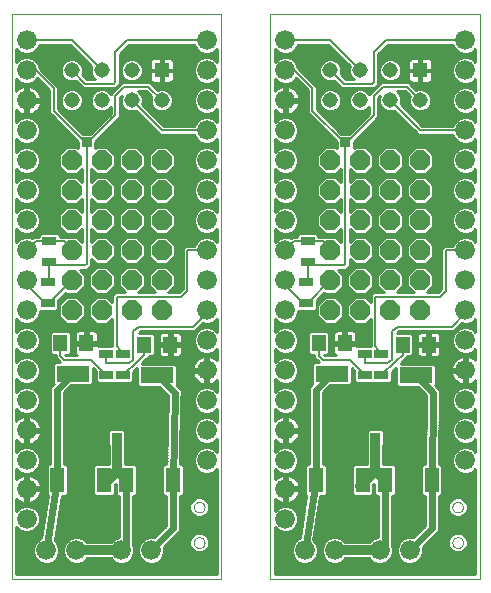
<source format=gbl>
G75*
G70*
%OFA0B0*%
%FSLAX25Y25*%
%IPPOS*%
%LPD*%
%AMOC8*
5,1,8,0,0,1.08239X$1,22.5*
%
%ADD10C,0.00800*%
%ADD15R,0.04720X0.05510*%
%ADD17C,0.01000*%
%ADD22R,0.03560X0.03560*%
%ADD26C,0.02400*%
%ADD27C,0.05150*%
%ADD31C,0.03200*%
%ADD33OC8,0.06600*%
%ADD36R,0.05000X0.08270*%
%ADD38C,0.06600*%
%ADD39C,0.00000*%
%ADD40R,0.04720X0.03150*%
%ADD41R,0.05150X0.05150*%
%ADD42R,0.11020X0.05510*%
X0011000Y0011000D02*
G75*
%LPD*%
D39*
X0011000Y0011000D02*
X0011000Y0199200D01*
X0080920Y0199200D01*
X0080920Y0011000D01*
X0011000Y0011000D01*
X0071730Y0023090D02*
X0071750Y0023350D01*
X0071810Y0023610D01*
X0071910Y0023860D01*
X0072040Y0024090D01*
X0072200Y0024290D01*
X0072400Y0024470D01*
X0072620Y0024620D01*
X0072850Y0024740D01*
X0073110Y0024820D01*
X0073370Y0024860D01*
X0073630Y0024860D01*
X0073890Y0024820D01*
X0074150Y0024740D01*
X0074390Y0024620D01*
X0074600Y0024470D01*
X0074800Y0024290D01*
X0074960Y0024090D01*
X0075090Y0023860D01*
X0075190Y0023610D01*
X0075250Y0023350D01*
X0075270Y0023090D01*
X0075250Y0022830D01*
X0075190Y0022570D01*
X0075090Y0022320D01*
X0074960Y0022090D01*
X0074800Y0021890D01*
X0074600Y0021710D01*
X0074380Y0021560D01*
X0074150Y0021440D01*
X0073890Y0021360D01*
X0073630Y0021320D01*
X0073370Y0021320D01*
X0073110Y0021360D01*
X0072850Y0021440D01*
X0072610Y0021560D01*
X0072400Y0021710D01*
X0072200Y0021890D01*
X0072040Y0022090D01*
X0071910Y0022320D01*
X0071810Y0022570D01*
X0071750Y0022830D01*
X0071730Y0023090D01*
X0071730Y0034910D02*
X0071750Y0035170D01*
X0071810Y0035430D01*
X0071910Y0035680D01*
X0072040Y0035910D01*
X0072200Y0036110D01*
X0072400Y0036290D01*
X0072620Y0036440D01*
X0072850Y0036560D01*
X0073110Y0036640D01*
X0073370Y0036680D01*
X0073630Y0036680D01*
X0073890Y0036640D01*
X0074150Y0036560D01*
X0074390Y0036440D01*
X0074600Y0036290D01*
X0074800Y0036110D01*
X0074960Y0035910D01*
X0075090Y0035680D01*
X0075190Y0035430D01*
X0075250Y0035170D01*
X0075270Y0034910D01*
X0075250Y0034650D01*
X0075190Y0034390D01*
X0075090Y0034140D01*
X0074960Y0033910D01*
X0074800Y0033710D01*
X0074600Y0033530D01*
X0074380Y0033380D01*
X0074150Y0033260D01*
X0073890Y0033180D01*
X0073630Y0033140D01*
X0073370Y0033140D01*
X0073110Y0033180D01*
X0072850Y0033260D01*
X0072610Y0033380D01*
X0072400Y0033530D01*
X0072200Y0033710D01*
X0072040Y0033910D01*
X0071910Y0034140D01*
X0071810Y0034390D01*
X0071750Y0034650D01*
X0071730Y0034910D01*
D27*
X0061000Y0170500D03*
X0051000Y0170500D03*
X0051000Y0180500D03*
X0041000Y0180500D03*
X0041000Y0170500D03*
X0031000Y0170500D03*
X0031000Y0180500D03*
D41*
X0061000Y0180500D03*
D42*
X0059500Y0078880D03*
X0031500Y0079380D03*
D15*
X0027170Y0089620D03*
X0035830Y0089620D03*
X0055170Y0089120D03*
X0063830Y0089120D03*
D36*
X0064800Y0044000D03*
X0049200Y0044000D03*
X0041800Y0044000D03*
X0026200Y0044000D03*
D38*
X0016000Y0041000D03*
X0016000Y0050500D03*
X0016000Y0060500D03*
X0016000Y0070500D03*
X0016000Y0080500D03*
X0016000Y0090500D03*
X0016000Y0100500D03*
X0016000Y0110500D03*
X0016000Y0120500D03*
X0016000Y0130500D03*
X0016000Y0140500D03*
X0016000Y0150500D03*
X0016000Y0160500D03*
X0016000Y0170500D03*
X0016000Y0180500D03*
X0016000Y0190500D03*
X0076000Y0190500D03*
X0076000Y0180500D03*
X0076000Y0170500D03*
X0076000Y0160500D03*
X0076000Y0150500D03*
X0076000Y0140500D03*
X0076000Y0130500D03*
X0076000Y0120500D03*
X0076000Y0110500D03*
X0076000Y0100500D03*
X0076000Y0090500D03*
X0076000Y0080500D03*
X0076000Y0070500D03*
X0076000Y0060500D03*
X0076000Y0050500D03*
X0057500Y0020500D03*
X0047500Y0020500D03*
X0032500Y0020500D03*
X0022500Y0020500D03*
X0016000Y0031000D03*
D40*
X0042500Y0078960D03*
X0042500Y0086040D03*
X0048000Y0086040D03*
X0048000Y0078960D03*
X0023500Y0116460D03*
X0023000Y0110040D03*
X0023000Y0102960D03*
X0023500Y0123540D03*
D33*
X0031000Y0120500D03*
X0031000Y0110500D03*
X0031000Y0100500D03*
X0041000Y0100500D03*
X0041000Y0110500D03*
X0041000Y0120500D03*
X0041000Y0130500D03*
X0041000Y0140500D03*
X0041000Y0150500D03*
X0031000Y0150500D03*
X0031000Y0140500D03*
X0031000Y0130500D03*
X0051000Y0130500D03*
X0051000Y0120500D03*
X0051000Y0110500D03*
X0051000Y0100500D03*
X0061000Y0100500D03*
X0061000Y0110500D03*
X0061000Y0120500D03*
X0061000Y0130500D03*
X0061000Y0140500D03*
X0061000Y0150500D03*
X0051000Y0150500D03*
X0051000Y0140500D03*
D17*
X0052820Y0144900D02*
X0049180Y0144900D01*
X0046600Y0142320D01*
X0046600Y0138680D01*
X0049180Y0136100D01*
X0052820Y0136100D01*
X0055400Y0138680D01*
X0055400Y0142320D01*
X0052820Y0144900D01*
X0052820Y0146100D02*
X0055400Y0148680D01*
X0055400Y0152320D01*
X0052820Y0154900D01*
X0049180Y0154900D01*
X0046600Y0152320D01*
X0046600Y0148680D01*
X0049180Y0146100D01*
X0052820Y0146100D01*
X0053600Y0146880D02*
X0058400Y0146880D01*
X0059180Y0146100D02*
X0062820Y0146100D01*
X0065400Y0148680D01*
X0065400Y0152320D01*
X0062820Y0154900D01*
X0059180Y0154900D01*
X0056600Y0152320D01*
X0056600Y0148680D01*
X0059180Y0146100D01*
X0059180Y0144900D02*
X0056600Y0142320D01*
X0056600Y0138680D01*
X0059180Y0136100D01*
X0062820Y0136100D01*
X0065400Y0138680D01*
X0065400Y0142320D01*
X0062820Y0144900D01*
X0059180Y0144900D01*
X0058200Y0143930D02*
X0053800Y0143930D01*
X0054780Y0142940D02*
X0057220Y0142940D01*
X0056600Y0141960D02*
X0055400Y0141960D01*
X0055400Y0140970D02*
X0056600Y0140970D01*
X0056600Y0139990D02*
X0055400Y0139990D01*
X0055400Y0139000D02*
X0056600Y0139000D01*
X0057260Y0138020D02*
X0054740Y0138020D01*
X0053750Y0137030D02*
X0058250Y0137030D01*
X0059180Y0134900D02*
X0056600Y0132320D01*
X0056600Y0128680D01*
X0059180Y0126100D01*
X0062820Y0126100D01*
X0065400Y0128680D01*
X0065400Y0132320D01*
X0062820Y0134900D01*
X0059180Y0134900D01*
X0058350Y0134080D02*
X0053650Y0134080D01*
X0052820Y0134900D02*
X0049180Y0134900D01*
X0046600Y0132320D01*
X0046600Y0128680D01*
X0049180Y0126100D01*
X0052820Y0126100D01*
X0055400Y0128680D01*
X0055400Y0132320D01*
X0052820Y0134900D01*
X0054630Y0133090D02*
X0057370Y0133090D01*
X0056600Y0132110D02*
X0055400Y0132110D01*
X0055400Y0131120D02*
X0056600Y0131120D01*
X0056600Y0130140D02*
X0055400Y0130140D01*
X0055400Y0129150D02*
X0056600Y0129150D01*
X0057110Y0128170D02*
X0054890Y0128170D01*
X0053900Y0127180D02*
X0058100Y0127180D01*
X0059080Y0126200D02*
X0052920Y0126200D01*
X0052820Y0124900D02*
X0049180Y0124900D01*
X0046600Y0122320D01*
X0046600Y0118680D01*
X0049180Y0116100D01*
X0052820Y0116100D01*
X0055400Y0118680D01*
X0055400Y0122320D01*
X0052820Y0124900D01*
X0053500Y0124230D02*
X0058500Y0124230D01*
X0059180Y0124900D02*
X0056600Y0122320D01*
X0056600Y0118680D01*
X0059180Y0116100D01*
X0062820Y0116100D01*
X0065400Y0118680D01*
X0065400Y0122320D01*
X0062820Y0124900D01*
X0059180Y0124900D01*
X0057520Y0123240D02*
X0054480Y0123240D01*
X0055400Y0122260D02*
X0056600Y0122260D01*
X0056600Y0121270D02*
X0055400Y0121270D01*
X0055400Y0120290D02*
X0056600Y0120290D01*
X0056600Y0119300D02*
X0055400Y0119300D01*
X0055040Y0118320D02*
X0056960Y0118320D01*
X0057950Y0117330D02*
X0054050Y0117330D01*
X0053070Y0116350D02*
X0058930Y0116350D01*
X0059180Y0114900D02*
X0056600Y0112320D01*
X0056600Y0108680D01*
X0058780Y0106500D01*
X0053220Y0106500D01*
X0055400Y0108680D01*
X0055400Y0112320D01*
X0052820Y0114900D01*
X0049180Y0114900D01*
X0046600Y0112320D01*
X0046600Y0108680D01*
X0048780Y0106500D01*
X0045380Y0106500D01*
X0044500Y0105620D01*
X0044500Y0103220D01*
X0042820Y0104900D01*
X0039180Y0104900D01*
X0036600Y0102320D01*
X0036600Y0098680D01*
X0039180Y0096100D01*
X0042820Y0096100D01*
X0044500Y0097780D01*
X0044500Y0088720D01*
X0039690Y0088720D01*
X0039690Y0089120D01*
X0036330Y0089120D01*
X0036330Y0090120D01*
X0035330Y0090120D01*
X0035330Y0093870D01*
X0033270Y0093870D01*
X0032890Y0093770D01*
X0032550Y0093570D01*
X0032270Y0093300D01*
X0032070Y0092950D01*
X0031970Y0092570D01*
X0031970Y0090120D01*
X0035330Y0090120D01*
X0035330Y0089120D01*
X0031970Y0089120D01*
X0031970Y0086660D01*
X0032070Y0086280D01*
X0032270Y0085940D01*
X0032550Y0085660D01*
X0032830Y0085500D01*
X0029120Y0085500D01*
X0028860Y0085760D01*
X0029990Y0085760D01*
X0030630Y0086410D01*
X0030630Y0092830D01*
X0029990Y0093470D01*
X0024350Y0093470D01*
X0023710Y0092830D01*
X0023710Y0086410D01*
X0024350Y0085760D01*
X0025670Y0085760D01*
X0025670Y0084710D01*
X0026550Y0083830D01*
X0027140Y0083240D01*
X0025530Y0083240D01*
X0024890Y0082590D01*
X0024890Y0076170D01*
X0024960Y0076100D01*
X0023900Y0075040D01*
X0023900Y0049230D01*
X0023250Y0049230D01*
X0022600Y0048590D01*
X0022600Y0039410D01*
X0023090Y0038930D01*
X0020850Y0024580D01*
X0020010Y0024230D01*
X0018770Y0022990D01*
X0018100Y0021380D01*
X0018100Y0019620D01*
X0018770Y0018010D01*
X0020010Y0016770D01*
X0021620Y0016100D01*
X0023380Y0016100D01*
X0024990Y0016770D01*
X0026230Y0018010D01*
X0026900Y0019620D01*
X0026900Y0021380D01*
X0026230Y0022990D01*
X0025390Y0023830D01*
X0027720Y0038770D01*
X0029160Y0038770D01*
X0029800Y0039410D01*
X0029800Y0048590D01*
X0029160Y0049230D01*
X0028500Y0049230D01*
X0028500Y0073130D01*
X0030900Y0075530D01*
X0037470Y0075530D01*
X0038110Y0076170D01*
X0038110Y0081220D01*
X0039040Y0080300D01*
X0039040Y0076930D01*
X0039680Y0076280D01*
X0050820Y0076280D01*
X0051460Y0076930D01*
X0051460Y0080050D01*
X0052890Y0081340D01*
X0052890Y0075670D01*
X0053530Y0075030D01*
X0060100Y0075030D01*
X0062980Y0072150D01*
X0062580Y0049230D01*
X0061840Y0049230D01*
X0061200Y0048590D01*
X0061200Y0039410D01*
X0061840Y0038770D01*
X0062500Y0038770D01*
X0062500Y0028750D01*
X0058570Y0024820D01*
X0058380Y0024900D01*
X0056620Y0024900D01*
X0055010Y0024230D01*
X0053770Y0022990D01*
X0053100Y0021380D01*
X0053100Y0019620D01*
X0053770Y0018010D01*
X0055010Y0016770D01*
X0056620Y0016100D01*
X0058380Y0016100D01*
X0059990Y0016770D01*
X0061230Y0018010D01*
X0061900Y0019620D01*
X0061900Y0021380D01*
X0061820Y0021570D01*
X0067100Y0026840D01*
X0067100Y0038770D01*
X0067750Y0038770D01*
X0068400Y0039410D01*
X0068400Y0048590D01*
X0067750Y0049230D01*
X0067190Y0049230D01*
X0067580Y0072120D01*
X0067600Y0072130D01*
X0067600Y0073070D01*
X0067610Y0074000D01*
X0067600Y0074020D01*
X0067600Y0074040D01*
X0066940Y0074700D01*
X0066290Y0075370D01*
X0066260Y0075370D01*
X0066040Y0075600D01*
X0066110Y0075670D01*
X0066110Y0082090D01*
X0065470Y0082740D01*
X0054440Y0082740D01*
X0054470Y0082760D01*
X0054470Y0082800D01*
X0054500Y0082840D01*
X0054500Y0082880D01*
X0055790Y0084170D01*
X0056670Y0085050D01*
X0056670Y0085260D01*
X0057990Y0085260D01*
X0058630Y0085910D01*
X0058630Y0092330D01*
X0057990Y0092970D01*
X0053300Y0092970D01*
X0054000Y0093500D01*
X0072120Y0093500D01*
X0074840Y0096220D01*
X0075120Y0096100D01*
X0076880Y0096100D01*
X0078490Y0096770D01*
X0079420Y0097700D01*
X0079420Y0093300D01*
X0078490Y0094230D01*
X0076880Y0094900D01*
X0075120Y0094900D01*
X0073510Y0094230D01*
X0072270Y0092990D01*
X0071600Y0091380D01*
X0071600Y0089620D01*
X0072270Y0088010D01*
X0073510Y0086770D01*
X0075120Y0086100D01*
X0076880Y0086100D01*
X0078490Y0086770D01*
X0079420Y0087700D01*
X0079420Y0083870D01*
X0079130Y0084160D01*
X0078520Y0084610D01*
X0077840Y0084950D01*
X0077120Y0085180D01*
X0076480Y0085280D01*
X0076480Y0080980D01*
X0075520Y0080980D01*
X0075520Y0080020D01*
X0076480Y0080020D01*
X0076480Y0075720D01*
X0077120Y0075820D01*
X0077840Y0076050D01*
X0078520Y0076390D01*
X0079130Y0076840D01*
X0079420Y0077130D01*
X0079420Y0073300D01*
X0078490Y0074230D01*
X0076880Y0074900D01*
X0075120Y0074900D01*
X0073510Y0074230D01*
X0072270Y0072990D01*
X0071600Y0071380D01*
X0071600Y0069620D01*
X0072270Y0068010D01*
X0073510Y0066770D01*
X0075120Y0066100D01*
X0076880Y0066100D01*
X0078490Y0066770D01*
X0079420Y0067700D01*
X0079420Y0063300D01*
X0078490Y0064230D01*
X0076880Y0064900D01*
X0075120Y0064900D01*
X0073510Y0064230D01*
X0072270Y0062990D01*
X0071600Y0061380D01*
X0071600Y0059620D01*
X0072270Y0058010D01*
X0073510Y0056770D01*
X0075120Y0056100D01*
X0076880Y0056100D01*
X0078490Y0056770D01*
X0079420Y0057700D01*
X0079420Y0053300D01*
X0078490Y0054230D01*
X0076880Y0054900D01*
X0075120Y0054900D01*
X0073510Y0054230D01*
X0072270Y0052990D01*
X0071600Y0051380D01*
X0071600Y0049620D01*
X0072270Y0048010D01*
X0073510Y0046770D01*
X0075120Y0046100D01*
X0076880Y0046100D01*
X0078490Y0046770D01*
X0079420Y0047700D01*
X0079420Y0012500D01*
X0012500Y0012500D01*
X0012500Y0028280D01*
X0013510Y0027270D01*
X0015120Y0026600D01*
X0016880Y0026600D01*
X0018490Y0027270D01*
X0019730Y0028510D01*
X0020400Y0030120D01*
X0020400Y0031880D01*
X0019730Y0033490D01*
X0018490Y0034730D01*
X0016880Y0035400D01*
X0015120Y0035400D01*
X0013510Y0034730D01*
X0012500Y0033720D01*
X0012500Y0037710D01*
X0012870Y0037340D01*
X0013480Y0036890D01*
X0014160Y0036550D01*
X0014880Y0036320D01*
X0015520Y0036220D01*
X0015520Y0040520D01*
X0016480Y0040520D01*
X0016480Y0041480D01*
X0015520Y0041480D01*
X0015520Y0045780D01*
X0014880Y0045680D01*
X0014160Y0045450D01*
X0013480Y0045110D01*
X0012870Y0044660D01*
X0012500Y0044290D01*
X0012500Y0047780D01*
X0013510Y0046770D01*
X0015120Y0046100D01*
X0016880Y0046100D01*
X0018490Y0046770D01*
X0019730Y0048010D01*
X0020400Y0049620D01*
X0020400Y0051380D01*
X0019730Y0052990D01*
X0018490Y0054230D01*
X0016880Y0054900D01*
X0015120Y0054900D01*
X0013510Y0054230D01*
X0012500Y0053220D01*
X0012500Y0057210D01*
X0012870Y0056840D01*
X0013480Y0056390D01*
X0014160Y0056050D01*
X0014880Y0055820D01*
X0015520Y0055720D01*
X0015520Y0060020D01*
X0016480Y0060020D01*
X0016480Y0060980D01*
X0015520Y0060980D01*
X0015520Y0065280D01*
X0014880Y0065180D01*
X0014160Y0064950D01*
X0013480Y0064610D01*
X0012870Y0064160D01*
X0012500Y0063790D01*
X0012500Y0067780D01*
X0013510Y0066770D01*
X0015120Y0066100D01*
X0016880Y0066100D01*
X0018490Y0066770D01*
X0019730Y0068010D01*
X0020400Y0069620D01*
X0020400Y0071380D01*
X0019730Y0072990D01*
X0018490Y0074230D01*
X0016880Y0074900D01*
X0015120Y0074900D01*
X0013510Y0074230D01*
X0012500Y0073220D01*
X0012500Y0077780D01*
X0013510Y0076770D01*
X0015120Y0076100D01*
X0016880Y0076100D01*
X0018490Y0076770D01*
X0019730Y0078010D01*
X0020400Y0079620D01*
X0020400Y0081380D01*
X0019730Y0082990D01*
X0018490Y0084230D01*
X0016880Y0084900D01*
X0015120Y0084900D01*
X0013510Y0084230D01*
X0012500Y0083220D01*
X0012500Y0087780D01*
X0013510Y0086770D01*
X0015120Y0086100D01*
X0016880Y0086100D01*
X0018490Y0086770D01*
X0019730Y0088010D01*
X0020400Y0089620D01*
X0020400Y0091380D01*
X0019730Y0092990D01*
X0018490Y0094230D01*
X0016880Y0094900D01*
X0015120Y0094900D01*
X0013510Y0094230D01*
X0012500Y0093220D01*
X0012500Y0097780D01*
X0013510Y0096770D01*
X0015120Y0096100D01*
X0016880Y0096100D01*
X0018490Y0096770D01*
X0019730Y0098010D01*
X0020400Y0099620D01*
X0020400Y0100280D01*
X0025820Y0100280D01*
X0026460Y0100930D01*
X0026460Y0103840D01*
X0028950Y0106330D01*
X0029180Y0106100D01*
X0032820Y0106100D01*
X0035400Y0108680D01*
X0035400Y0112320D01*
X0033720Y0114000D01*
X0036120Y0114000D01*
X0036620Y0114500D01*
X0037500Y0115380D01*
X0037500Y0117780D01*
X0039180Y0116100D01*
X0042820Y0116100D01*
X0045400Y0118680D01*
X0045400Y0122320D01*
X0042820Y0124900D01*
X0039180Y0124900D01*
X0037500Y0123220D01*
X0037500Y0127780D01*
X0039180Y0126100D01*
X0042820Y0126100D01*
X0045400Y0128680D01*
X0045400Y0132320D01*
X0042820Y0134900D01*
X0039180Y0134900D01*
X0037500Y0133220D01*
X0037500Y0137780D01*
X0039180Y0136100D01*
X0042820Y0136100D01*
X0045400Y0138680D01*
X0045400Y0142320D01*
X0042820Y0144900D01*
X0039180Y0144900D01*
X0037500Y0143220D01*
X0037500Y0147780D01*
X0039180Y0146100D01*
X0042820Y0146100D01*
X0045400Y0148680D01*
X0045400Y0152320D01*
X0042820Y0154900D01*
X0039180Y0154900D01*
X0038880Y0154600D01*
X0038880Y0156760D01*
X0047000Y0164880D01*
X0047000Y0171380D01*
X0047660Y0172040D01*
X0047330Y0171230D01*
X0047330Y0169770D01*
X0047880Y0168420D01*
X0048920Y0167380D01*
X0050270Y0166830D01*
X0051730Y0166830D01*
X0052310Y0167070D01*
X0059500Y0159880D01*
X0060380Y0159000D01*
X0071860Y0159000D01*
X0072270Y0158010D01*
X0073510Y0156770D01*
X0075120Y0156100D01*
X0076880Y0156100D01*
X0078490Y0156770D01*
X0079420Y0157700D01*
X0079420Y0153300D01*
X0078490Y0154230D01*
X0076880Y0154900D01*
X0075120Y0154900D01*
X0073510Y0154230D01*
X0072270Y0152990D01*
X0071600Y0151380D01*
X0071600Y0149620D01*
X0072270Y0148010D01*
X0073510Y0146770D01*
X0075120Y0146100D01*
X0076880Y0146100D01*
X0078490Y0146770D01*
X0079420Y0147700D01*
X0079420Y0143300D01*
X0078490Y0144230D01*
X0076880Y0144900D01*
X0075120Y0144900D01*
X0073510Y0144230D01*
X0072270Y0142990D01*
X0071600Y0141380D01*
X0071600Y0139620D01*
X0072270Y0138010D01*
X0073510Y0136770D01*
X0075120Y0136100D01*
X0076880Y0136100D01*
X0078490Y0136770D01*
X0079420Y0137700D01*
X0079420Y0133300D01*
X0078490Y0134230D01*
X0076880Y0134900D01*
X0075120Y0134900D01*
X0073510Y0134230D01*
X0072270Y0132990D01*
X0071600Y0131380D01*
X0071600Y0129620D01*
X0072270Y0128010D01*
X0073510Y0126770D01*
X0075120Y0126100D01*
X0076880Y0126100D01*
X0078490Y0126770D01*
X0079420Y0127700D01*
X0079420Y0123300D01*
X0078490Y0124230D01*
X0076880Y0124900D01*
X0075120Y0124900D01*
X0073510Y0124230D01*
X0072270Y0122990D01*
X0071860Y0122000D01*
X0068880Y0122000D01*
X0068000Y0121120D01*
X0068000Y0107620D01*
X0066880Y0106500D01*
X0063220Y0106500D01*
X0065400Y0108680D01*
X0065400Y0112320D01*
X0062820Y0114900D01*
X0059180Y0114900D01*
X0058650Y0114380D02*
X0053350Y0114380D01*
X0054330Y0113390D02*
X0057670Y0113390D01*
X0056680Y0112410D02*
X0055320Y0112410D01*
X0055400Y0111420D02*
X0056600Y0111420D01*
X0056600Y0110440D02*
X0055400Y0110440D01*
X0055400Y0109450D02*
X0056600Y0109450D01*
X0056810Y0108470D02*
X0055190Y0108470D01*
X0054200Y0107480D02*
X0057800Y0107480D01*
X0063070Y0116350D02*
X0068000Y0116350D01*
X0068000Y0117330D02*
X0064050Y0117330D01*
X0065040Y0118320D02*
X0068000Y0118320D01*
X0068000Y0119300D02*
X0065400Y0119300D01*
X0065400Y0120290D02*
X0068000Y0120290D01*
X0068150Y0121270D02*
X0065400Y0121270D01*
X0065400Y0122260D02*
X0071960Y0122260D01*
X0072520Y0123240D02*
X0064480Y0123240D01*
X0063500Y0124230D02*
X0073500Y0124230D01*
X0074890Y0126200D02*
X0062920Y0126200D01*
X0063900Y0127180D02*
X0073100Y0127180D01*
X0072200Y0128170D02*
X0064890Y0128170D01*
X0065400Y0129150D02*
X0071800Y0129150D01*
X0071600Y0130140D02*
X0065400Y0130140D01*
X0065400Y0131120D02*
X0071600Y0131120D01*
X0071900Y0132110D02*
X0065400Y0132110D01*
X0064630Y0133090D02*
X0072370Y0133090D01*
X0073350Y0134080D02*
X0063650Y0134080D01*
X0063750Y0137030D02*
X0073250Y0137030D01*
X0072270Y0138020D02*
X0064740Y0138020D01*
X0065400Y0139000D02*
X0071860Y0139000D01*
X0071600Y0139990D02*
X0065400Y0139990D01*
X0065400Y0140970D02*
X0071600Y0140970D01*
X0071840Y0141960D02*
X0065400Y0141960D01*
X0064780Y0142940D02*
X0072250Y0142940D01*
X0073200Y0143930D02*
X0063800Y0143930D01*
X0063600Y0146880D02*
X0073400Y0146880D01*
X0072410Y0147870D02*
X0064590Y0147870D01*
X0065400Y0148850D02*
X0071920Y0148850D01*
X0071600Y0149840D02*
X0065400Y0149840D01*
X0065400Y0150820D02*
X0071600Y0150820D01*
X0071780Y0151810D02*
X0065400Y0151810D01*
X0064930Y0152790D02*
X0072190Y0152790D01*
X0073050Y0153780D02*
X0063950Y0153780D01*
X0062960Y0154760D02*
X0074790Y0154760D01*
X0073600Y0156730D02*
X0038880Y0156730D01*
X0038880Y0155750D02*
X0079420Y0155750D01*
X0079420Y0156730D02*
X0078400Y0156730D01*
X0079420Y0154760D02*
X0077210Y0154760D01*
X0078950Y0153780D02*
X0079420Y0153780D01*
X0079420Y0146880D02*
X0078600Y0146880D01*
X0079420Y0145900D02*
X0037500Y0145900D01*
X0037500Y0146880D02*
X0038400Y0146880D01*
X0037500Y0144910D02*
X0079420Y0144910D01*
X0079420Y0143930D02*
X0078800Y0143930D01*
X0078750Y0137030D02*
X0079420Y0137030D01*
X0079420Y0136050D02*
X0037500Y0136050D01*
X0037500Y0137030D02*
X0038250Y0137030D01*
X0037500Y0135060D02*
X0079420Y0135060D01*
X0079420Y0134080D02*
X0078650Y0134080D01*
X0078900Y0127180D02*
X0079420Y0127180D01*
X0079420Y0126200D02*
X0077110Y0126200D01*
X0078500Y0124230D02*
X0079420Y0124230D01*
X0079420Y0125210D02*
X0037500Y0125210D01*
X0037500Y0124230D02*
X0038500Y0124230D01*
X0037520Y0123240D02*
X0037500Y0123240D01*
X0037500Y0126200D02*
X0039080Y0126200D01*
X0038100Y0127180D02*
X0037500Y0127180D01*
X0037500Y0134080D02*
X0038350Y0134080D01*
X0034500Y0134080D02*
X0033650Y0134080D01*
X0032820Y0134900D02*
X0029180Y0134900D01*
X0026600Y0132320D01*
X0026600Y0128680D01*
X0029180Y0126100D01*
X0032820Y0126100D01*
X0034500Y0127780D01*
X0034500Y0123220D01*
X0032820Y0124900D01*
X0029220Y0124900D01*
X0029120Y0125000D01*
X0026960Y0125000D01*
X0026960Y0125570D01*
X0026320Y0126220D01*
X0020680Y0126220D01*
X0020040Y0125570D01*
X0020040Y0125040D01*
X0018420Y0125040D01*
X0017870Y0124490D01*
X0016880Y0124900D01*
X0015120Y0124900D01*
X0013510Y0124230D01*
X0012500Y0123220D01*
X0012500Y0127780D01*
X0013510Y0126770D01*
X0015120Y0126100D01*
X0016880Y0126100D01*
X0018490Y0126770D01*
X0019730Y0128010D01*
X0020400Y0129620D01*
X0020400Y0131380D01*
X0019730Y0132990D01*
X0018490Y0134230D01*
X0016880Y0134900D01*
X0015120Y0134900D01*
X0013510Y0134230D01*
X0012500Y0133220D01*
X0012500Y0137780D01*
X0013510Y0136770D01*
X0015120Y0136100D01*
X0016880Y0136100D01*
X0018490Y0136770D01*
X0019730Y0138010D01*
X0020400Y0139620D01*
X0020400Y0141380D01*
X0019730Y0142990D01*
X0018490Y0144230D01*
X0016880Y0144900D01*
X0015120Y0144900D01*
X0013510Y0144230D01*
X0012500Y0143220D01*
X0012500Y0147780D01*
X0013510Y0146770D01*
X0015120Y0146100D01*
X0016880Y0146100D01*
X0018490Y0146770D01*
X0019730Y0148010D01*
X0020400Y0149620D01*
X0020400Y0151380D01*
X0019730Y0152990D01*
X0018490Y0154230D01*
X0016880Y0154900D01*
X0015120Y0154900D01*
X0013510Y0154230D01*
X0012500Y0153220D01*
X0012500Y0157780D01*
X0013510Y0156770D01*
X0015120Y0156100D01*
X0016880Y0156100D01*
X0018490Y0156770D01*
X0019730Y0158010D01*
X0020400Y0159620D01*
X0020400Y0161380D01*
X0019730Y0162990D01*
X0018490Y0164230D01*
X0016880Y0164900D01*
X0015120Y0164900D01*
X0013510Y0164230D01*
X0012500Y0163220D01*
X0012500Y0167210D01*
X0012870Y0166840D01*
X0013480Y0166390D01*
X0014160Y0166050D01*
X0014880Y0165820D01*
X0015520Y0165720D01*
X0015520Y0170020D01*
X0016480Y0170020D01*
X0016480Y0170980D01*
X0015520Y0170980D01*
X0015520Y0175280D01*
X0014880Y0175180D01*
X0014160Y0174950D01*
X0013480Y0174610D01*
X0012870Y0174160D01*
X0012500Y0173790D01*
X0012500Y0177780D01*
X0013510Y0176770D01*
X0015120Y0176100D01*
X0016880Y0176100D01*
X0018490Y0176770D01*
X0019550Y0177830D01*
X0023500Y0173880D01*
X0023500Y0166380D01*
X0024380Y0165500D01*
X0033120Y0156760D01*
X0033120Y0154600D01*
X0032820Y0154900D01*
X0029180Y0154900D01*
X0026600Y0152320D01*
X0026600Y0148680D01*
X0029180Y0146100D01*
X0032820Y0146100D01*
X0034500Y0147780D01*
X0034500Y0143220D01*
X0032820Y0144900D01*
X0029180Y0144900D01*
X0026600Y0142320D01*
X0026600Y0138680D01*
X0029180Y0136100D01*
X0032820Y0136100D01*
X0034500Y0137780D01*
X0034500Y0133220D01*
X0032820Y0134900D01*
X0033750Y0137030D02*
X0034500Y0137030D01*
X0034500Y0136050D02*
X0012500Y0136050D01*
X0012500Y0137030D02*
X0013250Y0137030D01*
X0012500Y0135060D02*
X0034500Y0135060D01*
X0034500Y0127180D02*
X0033900Y0127180D01*
X0034500Y0126200D02*
X0032920Y0126200D01*
X0033500Y0124230D02*
X0034500Y0124230D01*
X0034500Y0125210D02*
X0026960Y0125210D01*
X0026340Y0126200D02*
X0029080Y0126200D01*
X0028100Y0127180D02*
X0018900Y0127180D01*
X0019800Y0128170D02*
X0027110Y0128170D01*
X0026600Y0129150D02*
X0020200Y0129150D01*
X0020400Y0130140D02*
X0026600Y0130140D01*
X0026600Y0131120D02*
X0020400Y0131120D01*
X0020100Y0132110D02*
X0026600Y0132110D01*
X0027370Y0133090D02*
X0019630Y0133090D01*
X0018650Y0134080D02*
X0028350Y0134080D01*
X0028250Y0137030D02*
X0018750Y0137030D01*
X0019730Y0138020D02*
X0027260Y0138020D01*
X0026600Y0139000D02*
X0020140Y0139000D01*
X0020400Y0139990D02*
X0026600Y0139990D01*
X0026600Y0140970D02*
X0020400Y0140970D01*
X0020160Y0141960D02*
X0026600Y0141960D01*
X0027220Y0142940D02*
X0019750Y0142940D01*
X0018800Y0143930D02*
X0028200Y0143930D01*
X0028400Y0146880D02*
X0018600Y0146880D01*
X0019590Y0147870D02*
X0027410Y0147870D01*
X0026600Y0148850D02*
X0020080Y0148850D01*
X0020400Y0149840D02*
X0026600Y0149840D01*
X0026600Y0150820D02*
X0020400Y0150820D01*
X0020220Y0151810D02*
X0026600Y0151810D01*
X0027070Y0152790D02*
X0019810Y0152790D01*
X0018950Y0153780D02*
X0028050Y0153780D01*
X0029040Y0154760D02*
X0017210Y0154760D01*
X0018400Y0156730D02*
X0033120Y0156730D01*
X0033120Y0155750D02*
X0012500Y0155750D01*
X0012500Y0156730D02*
X0013600Y0156730D01*
X0012500Y0154760D02*
X0014790Y0154760D01*
X0013050Y0153780D02*
X0012500Y0153780D01*
X0012500Y0157720D02*
X0012560Y0157720D01*
X0012500Y0163630D02*
X0012900Y0163630D01*
X0012500Y0164610D02*
X0014430Y0164610D01*
X0015520Y0166580D02*
X0016480Y0166580D01*
X0016480Y0165720D02*
X0017120Y0165820D01*
X0017840Y0166050D01*
X0018520Y0166390D01*
X0019130Y0166840D01*
X0019660Y0167370D01*
X0020110Y0167980D01*
X0020450Y0168660D01*
X0020680Y0169380D01*
X0020780Y0170020D01*
X0016480Y0170020D01*
X0016480Y0165720D01*
X0017570Y0164610D02*
X0025270Y0164610D01*
X0026250Y0163630D02*
X0019100Y0163630D01*
X0019880Y0162640D02*
X0027240Y0162640D01*
X0028220Y0161660D02*
X0020280Y0161660D01*
X0020400Y0160670D02*
X0029210Y0160670D01*
X0030190Y0159690D02*
X0020400Y0159690D01*
X0020020Y0158700D02*
X0031180Y0158700D01*
X0032160Y0157720D02*
X0019440Y0157720D01*
X0018770Y0166580D02*
X0023500Y0166580D01*
X0023500Y0167570D02*
X0019800Y0167570D01*
X0020390Y0168550D02*
X0023500Y0168550D01*
X0023500Y0169540D02*
X0020710Y0169540D01*
X0020780Y0170980D02*
X0020680Y0171620D01*
X0020450Y0172340D01*
X0020110Y0173020D01*
X0019660Y0173630D01*
X0019130Y0174160D01*
X0018520Y0174610D01*
X0017840Y0174950D01*
X0017120Y0175180D01*
X0016480Y0175280D01*
X0016480Y0170980D01*
X0020780Y0170980D01*
X0020700Y0171510D02*
X0023500Y0171510D01*
X0023500Y0172490D02*
X0020370Y0172490D01*
X0019770Y0173480D02*
X0023500Y0173480D01*
X0022920Y0174460D02*
X0018720Y0174460D01*
X0017670Y0176430D02*
X0020950Y0176430D01*
X0019960Y0177420D02*
X0019140Y0177420D01*
X0020500Y0181120D02*
X0020400Y0181220D01*
X0020400Y0181380D01*
X0019730Y0182990D01*
X0018490Y0184230D01*
X0016880Y0184900D01*
X0015120Y0184900D01*
X0013510Y0184230D01*
X0012500Y0183220D01*
X0012500Y0187780D01*
X0013510Y0186770D01*
X0015120Y0186100D01*
X0016880Y0186100D01*
X0018490Y0186770D01*
X0019730Y0188010D01*
X0020140Y0189000D01*
X0030380Y0189000D01*
X0037570Y0181810D01*
X0037330Y0181230D01*
X0037330Y0179770D01*
X0037880Y0178420D01*
X0038800Y0177500D01*
X0036120Y0177500D01*
X0034430Y0179190D01*
X0034670Y0179770D01*
X0034670Y0181230D01*
X0034120Y0182580D01*
X0033080Y0183620D01*
X0031730Y0184170D01*
X0030270Y0184170D01*
X0028920Y0183620D01*
X0027880Y0182580D01*
X0027330Y0181230D01*
X0027330Y0179770D01*
X0027880Y0178420D01*
X0028920Y0177380D01*
X0030270Y0176830D01*
X0031730Y0176830D01*
X0032310Y0177070D01*
X0034000Y0175380D01*
X0034880Y0174500D01*
X0045620Y0174500D01*
X0046120Y0175000D01*
X0047000Y0175880D01*
X0047000Y0185880D01*
X0050120Y0189000D01*
X0071860Y0189000D01*
X0072270Y0188010D01*
X0073510Y0186770D01*
X0075120Y0186100D01*
X0076880Y0186100D01*
X0078490Y0186770D01*
X0079420Y0187700D01*
X0079420Y0183300D01*
X0078490Y0184230D01*
X0076880Y0184900D01*
X0075120Y0184900D01*
X0073510Y0184230D01*
X0072270Y0182990D01*
X0071600Y0181380D01*
X0071600Y0179620D01*
X0072270Y0178010D01*
X0073510Y0176770D01*
X0075120Y0176100D01*
X0076880Y0176100D01*
X0078490Y0176770D01*
X0079420Y0177700D01*
X0079420Y0173300D01*
X0078490Y0174230D01*
X0076880Y0174900D01*
X0075120Y0174900D01*
X0073510Y0174230D01*
X0072270Y0172990D01*
X0071600Y0171380D01*
X0071600Y0169620D01*
X0072270Y0168010D01*
X0073510Y0166770D01*
X0075120Y0166100D01*
X0076880Y0166100D01*
X0078490Y0166770D01*
X0079420Y0167700D01*
X0079420Y0163300D01*
X0078490Y0164230D01*
X0076880Y0164900D01*
X0075120Y0164900D01*
X0073510Y0164230D01*
X0072270Y0162990D01*
X0071860Y0162000D01*
X0061620Y0162000D01*
X0054430Y0169190D01*
X0054670Y0169770D01*
X0054670Y0171230D01*
X0054120Y0172580D01*
X0053200Y0173500D01*
X0055880Y0173500D01*
X0057570Y0171810D01*
X0057330Y0171230D01*
X0057330Y0169770D01*
X0057880Y0168420D01*
X0058920Y0167380D01*
X0060270Y0166830D01*
X0061730Y0166830D01*
X0063080Y0167380D01*
X0064120Y0168420D01*
X0064670Y0169770D01*
X0064670Y0171230D01*
X0064120Y0172580D01*
X0063080Y0173620D01*
X0061730Y0174170D01*
X0060270Y0174170D01*
X0059690Y0173930D01*
X0058000Y0175620D01*
X0057120Y0176500D01*
X0047880Y0176500D01*
X0044880Y0173500D01*
X0044040Y0172660D01*
X0043080Y0173620D01*
X0041730Y0174170D01*
X0040270Y0174170D01*
X0038920Y0173620D01*
X0037880Y0172580D01*
X0037330Y0171230D01*
X0037330Y0169770D01*
X0037880Y0168420D01*
X0038920Y0167380D01*
X0040270Y0166830D01*
X0041730Y0166830D01*
X0043080Y0167380D01*
X0044000Y0168300D01*
X0044000Y0166120D01*
X0037260Y0159380D01*
X0034740Y0159380D01*
X0026500Y0167620D01*
X0026500Y0175120D01*
X0020500Y0181120D01*
X0020400Y0181360D02*
X0027380Y0181360D01*
X0027330Y0180370D02*
X0021250Y0180370D01*
X0022240Y0179390D02*
X0027480Y0179390D01*
X0027900Y0178400D02*
X0023220Y0178400D01*
X0021930Y0175450D02*
X0012500Y0175450D01*
X0012500Y0176430D02*
X0014330Y0176430D01*
X0015520Y0174460D02*
X0016480Y0174460D01*
X0016480Y0173480D02*
X0015520Y0173480D01*
X0015520Y0172490D02*
X0016480Y0172490D01*
X0016480Y0171510D02*
X0015520Y0171510D01*
X0015520Y0169540D02*
X0016480Y0169540D01*
X0016480Y0170520D02*
X0023500Y0170520D01*
X0024280Y0165600D02*
X0012500Y0165600D01*
X0012500Y0166580D02*
X0013230Y0166580D01*
X0015520Y0167570D02*
X0016480Y0167570D01*
X0016480Y0168550D02*
X0015520Y0168550D01*
X0013280Y0174460D02*
X0012500Y0174460D01*
X0012500Y0177420D02*
X0012860Y0177420D01*
X0012600Y0183330D02*
X0012500Y0183330D01*
X0012500Y0184310D02*
X0013700Y0184310D01*
X0014690Y0186280D02*
X0012500Y0186280D01*
X0012500Y0185300D02*
X0034080Y0185300D01*
X0033100Y0186280D02*
X0017310Y0186280D01*
X0018300Y0184310D02*
X0035070Y0184310D01*
X0036050Y0183330D02*
X0033370Y0183330D01*
X0034220Y0182340D02*
X0037040Y0182340D01*
X0037380Y0181360D02*
X0034620Y0181360D01*
X0034670Y0180370D02*
X0037330Y0180370D01*
X0037480Y0179390D02*
X0034520Y0179390D01*
X0035220Y0178400D02*
X0037900Y0178400D01*
X0038780Y0173480D02*
X0033220Y0173480D01*
X0033080Y0173620D02*
X0031730Y0174170D01*
X0030270Y0174170D01*
X0028920Y0173620D01*
X0027880Y0172580D01*
X0027330Y0171230D01*
X0027330Y0169770D01*
X0027880Y0168420D01*
X0028920Y0167380D01*
X0030270Y0166830D01*
X0031730Y0166830D01*
X0033080Y0167380D01*
X0034120Y0168420D01*
X0034670Y0169770D01*
X0034670Y0171230D01*
X0034120Y0172580D01*
X0033080Y0173620D01*
X0033930Y0175450D02*
X0026180Y0175450D01*
X0026500Y0174460D02*
X0045840Y0174460D01*
X0046570Y0175450D02*
X0046820Y0175450D01*
X0047000Y0176430D02*
X0047810Y0176430D01*
X0047000Y0177420D02*
X0048890Y0177420D01*
X0048920Y0177380D02*
X0050270Y0176830D01*
X0051730Y0176830D01*
X0053080Y0177380D01*
X0054120Y0178420D01*
X0054670Y0179770D01*
X0054670Y0181230D01*
X0054120Y0182580D01*
X0053080Y0183620D01*
X0051730Y0184170D01*
X0050270Y0184170D01*
X0048920Y0183620D01*
X0047880Y0182580D01*
X0047330Y0181230D01*
X0047330Y0179770D01*
X0047880Y0178420D01*
X0048920Y0177380D01*
X0047900Y0178400D02*
X0047000Y0178400D01*
X0047000Y0179390D02*
X0047480Y0179390D01*
X0047330Y0180370D02*
X0047000Y0180370D01*
X0047000Y0181360D02*
X0047380Y0181360D01*
X0047000Y0182340D02*
X0047780Y0182340D01*
X0047000Y0183330D02*
X0048630Y0183330D01*
X0047400Y0186280D02*
X0074690Y0186280D01*
X0073700Y0184310D02*
X0064430Y0184310D01*
X0064500Y0184280D02*
X0064150Y0184470D01*
X0063770Y0184570D01*
X0061290Y0184570D01*
X0061290Y0180790D01*
X0065070Y0180790D01*
X0065070Y0183270D01*
X0064970Y0183650D01*
X0064780Y0184000D01*
X0064500Y0184280D01*
X0065060Y0183330D02*
X0072600Y0183330D01*
X0072000Y0182340D02*
X0065070Y0182340D01*
X0065070Y0181360D02*
X0071600Y0181360D01*
X0071600Y0180370D02*
X0061290Y0180370D01*
X0061290Y0180210D02*
X0061290Y0180790D01*
X0060710Y0180790D01*
X0060710Y0184570D01*
X0058230Y0184570D01*
X0057850Y0184470D01*
X0057500Y0184280D01*
X0057220Y0184000D01*
X0057030Y0183650D01*
X0056930Y0183270D01*
X0056930Y0180790D01*
X0060710Y0180790D01*
X0060710Y0180210D01*
X0061290Y0180210D01*
X0065070Y0180210D01*
X0065070Y0177730D01*
X0064970Y0177350D01*
X0064780Y0177000D01*
X0064500Y0176720D01*
X0064150Y0176530D01*
X0063770Y0176430D01*
X0061290Y0176430D01*
X0060710Y0176430D01*
X0060710Y0180210D01*
X0056930Y0180210D01*
X0056930Y0177730D01*
X0057030Y0177350D01*
X0057220Y0177000D01*
X0057500Y0176720D01*
X0057850Y0176530D01*
X0058230Y0176430D01*
X0060710Y0176430D01*
X0061290Y0176430D02*
X0061290Y0180210D01*
X0060710Y0180370D02*
X0054670Y0180370D01*
X0054620Y0181360D02*
X0056930Y0181360D01*
X0056930Y0182340D02*
X0054220Y0182340D01*
X0053370Y0183330D02*
X0056940Y0183330D01*
X0057570Y0184310D02*
X0047000Y0184310D01*
X0047000Y0185300D02*
X0079420Y0185300D01*
X0079420Y0186280D02*
X0077310Y0186280D01*
X0078300Y0184310D02*
X0079420Y0184310D01*
X0079400Y0183330D02*
X0079420Y0183330D01*
X0079420Y0187270D02*
X0078990Y0187270D01*
X0079140Y0177420D02*
X0079420Y0177420D01*
X0079420Y0176430D02*
X0077670Y0176430D01*
X0077940Y0174460D02*
X0079420Y0174460D01*
X0079420Y0173480D02*
X0079250Y0173480D01*
X0079420Y0175450D02*
X0058180Y0175450D01*
X0058210Y0176430D02*
X0057190Y0176430D01*
X0057010Y0177420D02*
X0053110Y0177420D01*
X0054100Y0178400D02*
X0056930Y0178400D01*
X0056930Y0179390D02*
X0054520Y0179390D01*
X0053220Y0173480D02*
X0055900Y0173480D01*
X0056890Y0172490D02*
X0054150Y0172490D01*
X0054560Y0171510D02*
X0057440Y0171510D01*
X0057330Y0170520D02*
X0054670Y0170520D01*
X0054580Y0169540D02*
X0057420Y0169540D01*
X0057830Y0168550D02*
X0055070Y0168550D01*
X0056060Y0167570D02*
X0058740Y0167570D01*
X0058030Y0165600D02*
X0079420Y0165600D01*
X0079420Y0166580D02*
X0078030Y0166580D01*
X0079290Y0167570D02*
X0079420Y0167570D01*
X0079420Y0164610D02*
X0077570Y0164610D01*
X0079100Y0163630D02*
X0079420Y0163630D01*
X0074430Y0164610D02*
X0059010Y0164610D01*
X0060000Y0163630D02*
X0072900Y0163630D01*
X0072120Y0162640D02*
X0060980Y0162640D01*
X0059690Y0159690D02*
X0041810Y0159690D01*
X0042790Y0160670D02*
X0058710Y0160670D01*
X0057720Y0161660D02*
X0043780Y0161660D01*
X0044760Y0162640D02*
X0056740Y0162640D01*
X0055750Y0163630D02*
X0045750Y0163630D01*
X0046730Y0164610D02*
X0054770Y0164610D01*
X0053780Y0165600D02*
X0047000Y0165600D01*
X0047000Y0166580D02*
X0052800Y0166580D01*
X0048740Y0167570D02*
X0047000Y0167570D01*
X0047000Y0168550D02*
X0047830Y0168550D01*
X0047420Y0169540D02*
X0047000Y0169540D01*
X0047000Y0170520D02*
X0047330Y0170520D01*
X0047440Y0171510D02*
X0047130Y0171510D01*
X0044850Y0173480D02*
X0043220Y0173480D01*
X0043260Y0167570D02*
X0044000Y0167570D01*
X0044000Y0166580D02*
X0027540Y0166580D01*
X0026560Y0167570D02*
X0028740Y0167570D01*
X0028530Y0165600D02*
X0043470Y0165600D01*
X0042490Y0164610D02*
X0029510Y0164610D01*
X0030500Y0163630D02*
X0041500Y0163630D01*
X0040520Y0162640D02*
X0031480Y0162640D01*
X0032470Y0161660D02*
X0039530Y0161660D01*
X0038550Y0160670D02*
X0033450Y0160670D01*
X0034440Y0159690D02*
X0037560Y0159690D01*
X0039840Y0157720D02*
X0072560Y0157720D01*
X0071980Y0158700D02*
X0040820Y0158700D01*
X0039040Y0154760D02*
X0038880Y0154760D01*
X0042960Y0154760D02*
X0049040Y0154760D01*
X0048050Y0153780D02*
X0043950Y0153780D01*
X0044930Y0152790D02*
X0047070Y0152790D01*
X0046600Y0151810D02*
X0045400Y0151810D01*
X0045400Y0150820D02*
X0046600Y0150820D01*
X0046600Y0149840D02*
X0045400Y0149840D01*
X0045400Y0148850D02*
X0046600Y0148850D01*
X0047410Y0147870D02*
X0044590Y0147870D01*
X0043600Y0146880D02*
X0048400Y0146880D01*
X0048200Y0143930D02*
X0043800Y0143930D01*
X0044780Y0142940D02*
X0047220Y0142940D01*
X0046600Y0141960D02*
X0045400Y0141960D01*
X0045400Y0140970D02*
X0046600Y0140970D01*
X0046600Y0139990D02*
X0045400Y0139990D01*
X0045400Y0139000D02*
X0046600Y0139000D01*
X0047260Y0138020D02*
X0044740Y0138020D01*
X0043750Y0137030D02*
X0048250Y0137030D01*
X0048350Y0134080D02*
X0043650Y0134080D01*
X0044630Y0133090D02*
X0047370Y0133090D01*
X0046600Y0132110D02*
X0045400Y0132110D01*
X0045400Y0131120D02*
X0046600Y0131120D01*
X0046600Y0130140D02*
X0045400Y0130140D01*
X0045400Y0129150D02*
X0046600Y0129150D01*
X0047110Y0128170D02*
X0044890Y0128170D01*
X0043900Y0127180D02*
X0048100Y0127180D01*
X0049080Y0126200D02*
X0042920Y0126200D01*
X0043500Y0124230D02*
X0048500Y0124230D01*
X0047520Y0123240D02*
X0044480Y0123240D01*
X0045400Y0122260D02*
X0046600Y0122260D01*
X0046600Y0121270D02*
X0045400Y0121270D01*
X0045400Y0120290D02*
X0046600Y0120290D01*
X0046600Y0119300D02*
X0045400Y0119300D01*
X0045040Y0118320D02*
X0046960Y0118320D01*
X0047950Y0117330D02*
X0044050Y0117330D01*
X0043070Y0116350D02*
X0048930Y0116350D01*
X0048650Y0114380D02*
X0043350Y0114380D01*
X0042820Y0114900D02*
X0039180Y0114900D01*
X0036600Y0112320D01*
X0036600Y0108680D01*
X0039180Y0106100D01*
X0042820Y0106100D01*
X0045400Y0108680D01*
X0045400Y0112320D01*
X0042820Y0114900D01*
X0044330Y0113390D02*
X0047670Y0113390D01*
X0046680Y0112410D02*
X0045320Y0112410D01*
X0045400Y0111420D02*
X0046600Y0111420D01*
X0046600Y0110440D02*
X0045400Y0110440D01*
X0045400Y0109450D02*
X0046600Y0109450D01*
X0046810Y0108470D02*
X0045190Y0108470D01*
X0044200Y0107480D02*
X0047800Y0107480D01*
X0045370Y0106500D02*
X0043220Y0106500D01*
X0043200Y0104530D02*
X0044500Y0104530D01*
X0044500Y0105510D02*
X0028130Y0105510D01*
X0028800Y0104530D02*
X0027150Y0104530D01*
X0027820Y0103540D02*
X0026460Y0103540D01*
X0026460Y0102560D02*
X0026830Y0102560D01*
X0026600Y0102320D02*
X0026600Y0098680D01*
X0029180Y0096100D01*
X0032820Y0096100D01*
X0035400Y0098680D01*
X0035400Y0102320D01*
X0032820Y0104900D01*
X0029180Y0104900D01*
X0026600Y0102320D01*
X0026600Y0101570D02*
X0026460Y0101570D01*
X0026600Y0100590D02*
X0026120Y0100590D01*
X0026600Y0099600D02*
X0020390Y0099600D01*
X0019980Y0098620D02*
X0026660Y0098620D01*
X0027650Y0097630D02*
X0019350Y0097630D01*
X0018190Y0096650D02*
X0028630Y0096650D01*
X0030630Y0092710D02*
X0032000Y0092710D01*
X0031970Y0091720D02*
X0030630Y0091720D01*
X0030630Y0090740D02*
X0031970Y0090740D01*
X0031970Y0088770D02*
X0030630Y0088770D01*
X0030630Y0089750D02*
X0035330Y0089750D01*
X0035330Y0090740D02*
X0036330Y0090740D01*
X0036330Y0090120D02*
X0036330Y0093870D01*
X0038390Y0093870D01*
X0038770Y0093770D01*
X0039110Y0093570D01*
X0039390Y0093300D01*
X0039590Y0092950D01*
X0039690Y0092570D01*
X0039690Y0090120D01*
X0036330Y0090120D01*
X0036330Y0089750D02*
X0044500Y0089750D01*
X0044500Y0088770D02*
X0039690Y0088770D01*
X0039690Y0090740D02*
X0044500Y0090740D01*
X0044500Y0091720D02*
X0039690Y0091720D01*
X0039660Y0092710D02*
X0044500Y0092710D01*
X0044500Y0093690D02*
X0038910Y0093690D01*
X0038630Y0096650D02*
X0033370Y0096650D01*
X0034350Y0097630D02*
X0037650Y0097630D01*
X0036660Y0098620D02*
X0035340Y0098620D01*
X0035400Y0099600D02*
X0036600Y0099600D01*
X0036600Y0100590D02*
X0035400Y0100590D01*
X0035400Y0101570D02*
X0036600Y0101570D01*
X0036830Y0102560D02*
X0035170Y0102560D01*
X0034180Y0103540D02*
X0037820Y0103540D01*
X0038800Y0104530D02*
X0033200Y0104530D01*
X0033220Y0106500D02*
X0038780Y0106500D01*
X0037800Y0107480D02*
X0034200Y0107480D01*
X0035190Y0108470D02*
X0036810Y0108470D01*
X0036600Y0109450D02*
X0035400Y0109450D01*
X0035400Y0110440D02*
X0036600Y0110440D01*
X0036600Y0111420D02*
X0035400Y0111420D01*
X0035320Y0112410D02*
X0036680Y0112410D01*
X0037670Y0113390D02*
X0034330Y0113390D01*
X0036500Y0114380D02*
X0038650Y0114380D01*
X0037480Y0115360D02*
X0068000Y0115360D01*
X0068000Y0114380D02*
X0063350Y0114380D01*
X0064330Y0113390D02*
X0068000Y0113390D01*
X0068000Y0112410D02*
X0065320Y0112410D01*
X0065400Y0111420D02*
X0068000Y0111420D01*
X0068000Y0110440D02*
X0065400Y0110440D01*
X0065400Y0109450D02*
X0068000Y0109450D01*
X0068000Y0108470D02*
X0065190Y0108470D01*
X0064200Y0107480D02*
X0067860Y0107480D01*
X0073300Y0094680D02*
X0074580Y0094680D01*
X0074280Y0095660D02*
X0079420Y0095660D01*
X0079420Y0094680D02*
X0077420Y0094680D01*
X0078190Y0096650D02*
X0079420Y0096650D01*
X0079350Y0097630D02*
X0079420Y0097630D01*
X0079420Y0093690D02*
X0079030Y0093690D01*
X0078520Y0086800D02*
X0079420Y0086800D01*
X0079420Y0085810D02*
X0067600Y0085810D01*
X0067590Y0085780D02*
X0067690Y0086160D01*
X0067690Y0088620D01*
X0064330Y0088620D01*
X0064330Y0089620D01*
X0063330Y0089620D01*
X0063330Y0093370D01*
X0061270Y0093370D01*
X0060890Y0093270D01*
X0060550Y0093070D01*
X0060270Y0092800D01*
X0060070Y0092450D01*
X0059970Y0092070D01*
X0059970Y0089620D01*
X0063330Y0089620D01*
X0063330Y0088620D01*
X0059970Y0088620D01*
X0059970Y0086160D01*
X0060070Y0085780D01*
X0060270Y0085440D01*
X0060550Y0085160D01*
X0060890Y0084960D01*
X0061270Y0084860D01*
X0063330Y0084860D01*
X0063330Y0088620D01*
X0064330Y0088620D01*
X0064330Y0084860D01*
X0066390Y0084860D01*
X0066770Y0084960D01*
X0067110Y0085160D01*
X0067390Y0085440D01*
X0067590Y0085780D01*
X0067690Y0086800D02*
X0073480Y0086800D01*
X0074160Y0084950D02*
X0073480Y0084610D01*
X0072870Y0084160D01*
X0072340Y0083630D01*
X0071890Y0083020D01*
X0071550Y0082340D01*
X0071320Y0081620D01*
X0071220Y0080980D01*
X0075520Y0080980D01*
X0075520Y0085280D01*
X0074880Y0085180D01*
X0074160Y0084950D01*
X0073920Y0084830D02*
X0056450Y0084830D01*
X0055460Y0083840D02*
X0072550Y0083840D01*
X0071810Y0082860D02*
X0054500Y0082860D01*
X0052890Y0080890D02*
X0052380Y0080890D01*
X0052890Y0079900D02*
X0051460Y0079900D01*
X0051460Y0078920D02*
X0052890Y0078920D01*
X0052890Y0077930D02*
X0051460Y0077930D01*
X0051460Y0076950D02*
X0052890Y0076950D01*
X0052890Y0075960D02*
X0037900Y0075960D01*
X0038110Y0076950D02*
X0039040Y0076950D01*
X0039040Y0077930D02*
X0038110Y0077930D01*
X0038110Y0078920D02*
X0039040Y0078920D01*
X0039040Y0079900D02*
X0038110Y0079900D01*
X0038110Y0080890D02*
X0038450Y0080890D01*
X0036330Y0091720D02*
X0035330Y0091720D01*
X0035330Y0092710D02*
X0036330Y0092710D01*
X0036330Y0093690D02*
X0035330Y0093690D01*
X0032750Y0093690D02*
X0019030Y0093690D01*
X0019850Y0092710D02*
X0023710Y0092710D01*
X0023710Y0091720D02*
X0020260Y0091720D01*
X0020400Y0090740D02*
X0023710Y0090740D01*
X0023710Y0089750D02*
X0020400Y0089750D01*
X0020040Y0088770D02*
X0023710Y0088770D01*
X0023710Y0087780D02*
X0019500Y0087780D01*
X0018520Y0086800D02*
X0023710Y0086800D01*
X0024300Y0085810D02*
X0012500Y0085810D01*
X0012500Y0084830D02*
X0014940Y0084830D01*
X0017060Y0084830D02*
X0025670Y0084830D01*
X0026540Y0083840D02*
X0018880Y0083840D01*
X0019790Y0082860D02*
X0025150Y0082860D01*
X0024890Y0081870D02*
X0020200Y0081870D01*
X0020400Y0080890D02*
X0024890Y0080890D01*
X0024890Y0079900D02*
X0020400Y0079900D01*
X0020110Y0078920D02*
X0024890Y0078920D01*
X0024890Y0077930D02*
X0019650Y0077930D01*
X0018670Y0076950D02*
X0024890Y0076950D01*
X0024830Y0075960D02*
X0012500Y0075960D01*
X0012500Y0074980D02*
X0023900Y0074980D01*
X0023900Y0073990D02*
X0018730Y0073990D01*
X0019720Y0073010D02*
X0023900Y0073010D01*
X0023900Y0072020D02*
X0020130Y0072020D01*
X0020400Y0071040D02*
X0023900Y0071040D01*
X0023900Y0070050D02*
X0020400Y0070050D01*
X0020170Y0069070D02*
X0023900Y0069070D01*
X0023900Y0068080D02*
X0019760Y0068080D01*
X0018820Y0067100D02*
X0023900Y0067100D01*
X0023900Y0066110D02*
X0016900Y0066110D01*
X0016480Y0065280D02*
X0016480Y0060980D01*
X0020780Y0060980D01*
X0020680Y0061620D01*
X0020450Y0062340D01*
X0020110Y0063020D01*
X0019660Y0063630D01*
X0019130Y0064160D01*
X0018520Y0064610D01*
X0017840Y0064950D01*
X0017120Y0065180D01*
X0016480Y0065280D01*
X0016480Y0065130D02*
X0015520Y0065130D01*
X0014700Y0065130D02*
X0012500Y0065130D01*
X0012500Y0066110D02*
X0015100Y0066110D01*
X0015520Y0064140D02*
X0016480Y0064140D01*
X0016480Y0063160D02*
X0015520Y0063160D01*
X0015520Y0062170D02*
X0016480Y0062170D01*
X0016480Y0061190D02*
X0015520Y0061190D01*
X0015520Y0059220D02*
X0016480Y0059220D01*
X0016480Y0060020D02*
X0016480Y0055720D01*
X0017120Y0055820D01*
X0017840Y0056050D01*
X0018520Y0056390D01*
X0019130Y0056840D01*
X0019660Y0057370D01*
X0020110Y0057980D01*
X0020450Y0058660D01*
X0020680Y0059380D01*
X0020780Y0060020D01*
X0016480Y0060020D01*
X0016480Y0060200D02*
X0023900Y0060200D01*
X0023900Y0059220D02*
X0020630Y0059220D01*
X0020230Y0058230D02*
X0023900Y0058230D01*
X0023900Y0057250D02*
X0019530Y0057250D01*
X0018250Y0056260D02*
X0023900Y0056260D01*
X0023900Y0055280D02*
X0012500Y0055280D01*
X0012500Y0056260D02*
X0013750Y0056260D01*
X0013650Y0054290D02*
X0012500Y0054290D01*
X0012500Y0053310D02*
X0012580Y0053310D01*
X0015520Y0056260D02*
X0016480Y0056260D01*
X0016480Y0057250D02*
X0015520Y0057250D01*
X0015520Y0058230D02*
X0016480Y0058230D01*
X0018350Y0054290D02*
X0023900Y0054290D01*
X0023900Y0053310D02*
X0019420Y0053310D01*
X0020010Y0052320D02*
X0023900Y0052320D01*
X0023900Y0051340D02*
X0020400Y0051340D01*
X0020400Y0050350D02*
X0023900Y0050350D01*
X0023900Y0049370D02*
X0020290Y0049370D01*
X0019880Y0048380D02*
X0022600Y0048380D01*
X0022600Y0047400D02*
X0019120Y0047400D01*
X0017840Y0045450D02*
X0018520Y0045110D01*
X0019130Y0044660D01*
X0019660Y0044130D01*
X0020110Y0043520D01*
X0020450Y0042840D01*
X0020680Y0042120D01*
X0020780Y0041480D01*
X0016480Y0041480D01*
X0016480Y0045780D01*
X0017120Y0045680D01*
X0017840Y0045450D01*
X0017890Y0045430D02*
X0022600Y0045430D01*
X0022600Y0046410D02*
X0017620Y0046410D01*
X0016480Y0045430D02*
X0015520Y0045430D01*
X0015520Y0044440D02*
X0016480Y0044440D01*
X0016480Y0043460D02*
X0015520Y0043460D01*
X0015520Y0042470D02*
X0016480Y0042470D01*
X0016480Y0041490D02*
X0015520Y0041490D01*
X0015520Y0040500D02*
X0016480Y0040500D01*
X0016480Y0040520D02*
X0016480Y0036220D01*
X0017120Y0036320D01*
X0017840Y0036550D01*
X0018520Y0036890D01*
X0019130Y0037340D01*
X0019660Y0037870D01*
X0020110Y0038480D01*
X0020450Y0039160D01*
X0020680Y0039880D01*
X0020780Y0040520D01*
X0016480Y0040520D01*
X0016480Y0039510D02*
X0015520Y0039510D01*
X0015520Y0038530D02*
X0016480Y0038530D01*
X0016480Y0037540D02*
X0015520Y0037540D01*
X0015520Y0036560D02*
X0016480Y0036560D01*
X0017860Y0036560D02*
X0022720Y0036560D01*
X0022870Y0037540D02*
X0019330Y0037540D01*
X0020130Y0038530D02*
X0023030Y0038530D01*
X0022600Y0039510D02*
X0020560Y0039510D01*
X0020780Y0040500D02*
X0022600Y0040500D01*
X0022600Y0041490D02*
X0020780Y0041490D01*
X0020570Y0042470D02*
X0022600Y0042470D01*
X0022600Y0043460D02*
X0020140Y0043460D01*
X0019350Y0044440D02*
X0022600Y0044440D01*
X0022570Y0035570D02*
X0012500Y0035570D01*
X0012500Y0034590D02*
X0013370Y0034590D01*
X0014140Y0036560D02*
X0012500Y0036560D01*
X0012500Y0037540D02*
X0012670Y0037540D01*
X0012500Y0044440D02*
X0012650Y0044440D01*
X0012500Y0045430D02*
X0014110Y0045430D01*
X0014380Y0046410D02*
X0012500Y0046410D01*
X0012500Y0047400D02*
X0012880Y0047400D01*
X0018630Y0034590D02*
X0022410Y0034590D01*
X0022260Y0033600D02*
X0019620Y0033600D01*
X0020090Y0032620D02*
X0022110Y0032620D01*
X0021950Y0031630D02*
X0020400Y0031630D01*
X0020400Y0030650D02*
X0021800Y0030650D01*
X0021650Y0029660D02*
X0020210Y0029660D01*
X0019800Y0028680D02*
X0021490Y0028680D01*
X0021340Y0027690D02*
X0018920Y0027690D01*
X0020880Y0024740D02*
X0012500Y0024740D01*
X0012500Y0025720D02*
X0021030Y0025720D01*
X0021190Y0026710D02*
X0017140Y0026710D01*
X0018680Y0022770D02*
X0012500Y0022770D01*
X0012500Y0023750D02*
X0019530Y0023750D01*
X0018270Y0021780D02*
X0012500Y0021780D01*
X0012500Y0020800D02*
X0018100Y0020800D01*
X0018100Y0019810D02*
X0012500Y0019810D01*
X0012500Y0018830D02*
X0018430Y0018830D01*
X0018930Y0017840D02*
X0012500Y0017840D01*
X0012500Y0016860D02*
X0019920Y0016860D01*
X0025080Y0016860D02*
X0029920Y0016860D01*
X0030010Y0016770D02*
X0031620Y0016100D01*
X0033380Y0016100D01*
X0034990Y0016770D01*
X0036020Y0017800D01*
X0043980Y0017800D01*
X0045010Y0016770D01*
X0046620Y0016100D01*
X0048380Y0016100D01*
X0049990Y0016770D01*
X0051230Y0018010D01*
X0051900Y0019620D01*
X0051900Y0021380D01*
X0051500Y0022330D01*
X0051500Y0038770D01*
X0052160Y0038770D01*
X0052800Y0039410D01*
X0052800Y0048590D01*
X0052160Y0049230D01*
X0048700Y0049230D01*
X0048700Y0055580D01*
X0048880Y0055760D01*
X0048880Y0060240D01*
X0048240Y0060880D01*
X0043760Y0060880D01*
X0043120Y0060240D01*
X0043120Y0055760D01*
X0043300Y0055580D01*
X0043300Y0049230D01*
X0038840Y0049230D01*
X0038200Y0048590D01*
X0038200Y0039410D01*
X0038840Y0038770D01*
X0044750Y0038770D01*
X0045400Y0039410D01*
X0045400Y0042580D01*
X0045600Y0042790D01*
X0045600Y0039410D01*
X0046250Y0038770D01*
X0046900Y0038770D01*
X0046900Y0024900D01*
X0046620Y0024900D01*
X0045010Y0024230D01*
X0043980Y0023200D01*
X0036020Y0023200D01*
X0034990Y0024230D01*
X0033380Y0024900D01*
X0031620Y0024900D01*
X0030010Y0024230D01*
X0028770Y0022990D01*
X0028100Y0021380D01*
X0028100Y0019620D01*
X0028770Y0018010D01*
X0030010Y0016770D01*
X0028930Y0017840D02*
X0026070Y0017840D01*
X0026570Y0018830D02*
X0028430Y0018830D01*
X0028100Y0019810D02*
X0026900Y0019810D01*
X0026900Y0020800D02*
X0028100Y0020800D01*
X0028270Y0021780D02*
X0026730Y0021780D01*
X0026320Y0022770D02*
X0028680Y0022770D01*
X0029530Y0023750D02*
X0025470Y0023750D01*
X0025530Y0024740D02*
X0031240Y0024740D01*
X0033760Y0024740D02*
X0046240Y0024740D01*
X0046900Y0025720D02*
X0025690Y0025720D01*
X0025840Y0026710D02*
X0046900Y0026710D01*
X0046900Y0027690D02*
X0025990Y0027690D01*
X0026150Y0028680D02*
X0046900Y0028680D01*
X0046900Y0029660D02*
X0026300Y0029660D01*
X0026450Y0030650D02*
X0046900Y0030650D01*
X0046900Y0031630D02*
X0026610Y0031630D01*
X0026760Y0032620D02*
X0046900Y0032620D01*
X0046900Y0033600D02*
X0026910Y0033600D01*
X0027070Y0034590D02*
X0046900Y0034590D01*
X0046900Y0035570D02*
X0027220Y0035570D01*
X0027370Y0036560D02*
X0046900Y0036560D01*
X0046900Y0037540D02*
X0027530Y0037540D01*
X0027680Y0038530D02*
X0046900Y0038530D01*
X0045600Y0039510D02*
X0045400Y0039510D01*
X0045400Y0040500D02*
X0045600Y0040500D01*
X0045600Y0041490D02*
X0045400Y0041490D01*
X0045400Y0042470D02*
X0045600Y0042470D01*
X0043300Y0049370D02*
X0028500Y0049370D01*
X0028500Y0050350D02*
X0043300Y0050350D01*
X0043300Y0051340D02*
X0028500Y0051340D01*
X0028500Y0052320D02*
X0043300Y0052320D01*
X0043300Y0053310D02*
X0028500Y0053310D01*
X0028500Y0054290D02*
X0043300Y0054290D01*
X0043300Y0055280D02*
X0028500Y0055280D01*
X0028500Y0056260D02*
X0043120Y0056260D01*
X0043120Y0057250D02*
X0028500Y0057250D01*
X0028500Y0058230D02*
X0043120Y0058230D01*
X0043120Y0059220D02*
X0028500Y0059220D01*
X0028500Y0060200D02*
X0043120Y0060200D01*
X0038200Y0048380D02*
X0029800Y0048380D01*
X0029800Y0047400D02*
X0038200Y0047400D01*
X0038200Y0046410D02*
X0029800Y0046410D01*
X0029800Y0045430D02*
X0038200Y0045430D01*
X0038200Y0044440D02*
X0029800Y0044440D01*
X0029800Y0043460D02*
X0038200Y0043460D01*
X0038200Y0042470D02*
X0029800Y0042470D01*
X0029800Y0041490D02*
X0038200Y0041490D01*
X0038200Y0040500D02*
X0029800Y0040500D01*
X0029800Y0039510D02*
X0038200Y0039510D01*
X0035470Y0023750D02*
X0044530Y0023750D01*
X0044920Y0016860D02*
X0035080Y0016860D01*
X0048700Y0049370D02*
X0062590Y0049370D01*
X0062600Y0050350D02*
X0048700Y0050350D01*
X0048700Y0051340D02*
X0062620Y0051340D01*
X0062640Y0052320D02*
X0048700Y0052320D01*
X0048700Y0053310D02*
X0062650Y0053310D01*
X0062670Y0054290D02*
X0048700Y0054290D01*
X0048700Y0055280D02*
X0062690Y0055280D01*
X0062710Y0056260D02*
X0048880Y0056260D01*
X0048880Y0057250D02*
X0062720Y0057250D01*
X0062740Y0058230D02*
X0048880Y0058230D01*
X0048880Y0059220D02*
X0062760Y0059220D01*
X0062770Y0060200D02*
X0048880Y0060200D01*
X0052800Y0048380D02*
X0061200Y0048380D01*
X0061200Y0047400D02*
X0052800Y0047400D01*
X0052800Y0046410D02*
X0061200Y0046410D01*
X0061200Y0045430D02*
X0052800Y0045430D01*
X0052800Y0044440D02*
X0061200Y0044440D01*
X0061200Y0043460D02*
X0052800Y0043460D01*
X0052800Y0042470D02*
X0061200Y0042470D01*
X0061200Y0041490D02*
X0052800Y0041490D01*
X0052800Y0040500D02*
X0061200Y0040500D01*
X0061200Y0039510D02*
X0052800Y0039510D01*
X0051500Y0038530D02*
X0062500Y0038530D01*
X0062500Y0037540D02*
X0051500Y0037540D01*
X0051500Y0036560D02*
X0062500Y0036560D01*
X0062500Y0035570D02*
X0051500Y0035570D01*
X0051500Y0034590D02*
X0062500Y0034590D01*
X0062500Y0033600D02*
X0051500Y0033600D01*
X0051500Y0032620D02*
X0062500Y0032620D01*
X0062500Y0031630D02*
X0051500Y0031630D01*
X0051500Y0030650D02*
X0062500Y0030650D01*
X0062500Y0029660D02*
X0051500Y0029660D01*
X0051500Y0028680D02*
X0062430Y0028680D01*
X0061440Y0027690D02*
X0051500Y0027690D01*
X0051500Y0026710D02*
X0060460Y0026710D01*
X0059470Y0025720D02*
X0051500Y0025720D01*
X0051500Y0024740D02*
X0056240Y0024740D01*
X0054530Y0023750D02*
X0051500Y0023750D01*
X0051500Y0022770D02*
X0053680Y0022770D01*
X0053270Y0021780D02*
X0051730Y0021780D01*
X0051900Y0020800D02*
X0053100Y0020800D01*
X0053100Y0019810D02*
X0051900Y0019810D01*
X0051570Y0018830D02*
X0053430Y0018830D01*
X0053930Y0017840D02*
X0051070Y0017840D01*
X0050080Y0016860D02*
X0054920Y0016860D01*
X0060080Y0016860D02*
X0079420Y0016860D01*
X0079420Y0017840D02*
X0061070Y0017840D01*
X0061570Y0018830D02*
X0079420Y0018830D01*
X0079420Y0019810D02*
X0061900Y0019810D01*
X0061900Y0020800D02*
X0071170Y0020800D01*
X0070730Y0021240D02*
X0071650Y0020320D01*
X0072850Y0019820D01*
X0074150Y0019820D01*
X0075350Y0020320D01*
X0076270Y0021240D01*
X0076770Y0022440D01*
X0076770Y0023750D01*
X0076270Y0024950D01*
X0075350Y0025870D01*
X0074150Y0026370D01*
X0072850Y0026370D01*
X0071650Y0025870D01*
X0070730Y0024950D01*
X0070230Y0023750D01*
X0070230Y0022440D01*
X0070730Y0021240D01*
X0070500Y0021780D02*
X0062040Y0021780D01*
X0063020Y0022770D02*
X0070230Y0022770D01*
X0070230Y0023750D02*
X0064010Y0023750D01*
X0064990Y0024740D02*
X0070640Y0024740D01*
X0071500Y0025720D02*
X0065980Y0025720D01*
X0066960Y0026710D02*
X0079420Y0026710D01*
X0079420Y0027690D02*
X0067100Y0027690D01*
X0067100Y0028680D02*
X0079420Y0028680D01*
X0079420Y0029660D02*
X0067100Y0029660D01*
X0067100Y0030650D02*
X0079420Y0030650D01*
X0079420Y0031630D02*
X0074150Y0031630D01*
X0075350Y0032130D01*
X0076270Y0033050D01*
X0076770Y0034250D01*
X0076770Y0035560D01*
X0076270Y0036760D01*
X0075350Y0037680D01*
X0074150Y0038180D01*
X0072850Y0038180D01*
X0071650Y0037680D01*
X0070730Y0036760D01*
X0070230Y0035560D01*
X0070230Y0034250D01*
X0070730Y0033050D01*
X0071650Y0032130D01*
X0072850Y0031630D01*
X0074150Y0031630D01*
X0072850Y0031630D02*
X0067100Y0031630D01*
X0067100Y0032620D02*
X0071160Y0032620D01*
X0070500Y0033600D02*
X0067100Y0033600D01*
X0067100Y0034590D02*
X0070230Y0034590D01*
X0070240Y0035570D02*
X0067100Y0035570D01*
X0067100Y0036560D02*
X0070640Y0036560D01*
X0071510Y0037540D02*
X0067100Y0037540D01*
X0067100Y0038530D02*
X0079420Y0038530D01*
X0079420Y0039510D02*
X0068400Y0039510D01*
X0068400Y0040500D02*
X0079420Y0040500D01*
X0079420Y0041490D02*
X0068400Y0041490D01*
X0068400Y0042470D02*
X0079420Y0042470D01*
X0079420Y0043460D02*
X0068400Y0043460D01*
X0068400Y0044440D02*
X0079420Y0044440D01*
X0079420Y0045430D02*
X0068400Y0045430D01*
X0068400Y0046410D02*
X0074380Y0046410D01*
X0072880Y0047400D02*
X0068400Y0047400D01*
X0068400Y0048380D02*
X0072120Y0048380D01*
X0071710Y0049370D02*
X0067190Y0049370D01*
X0067200Y0050350D02*
X0071600Y0050350D01*
X0071600Y0051340D02*
X0067220Y0051340D01*
X0067240Y0052320D02*
X0071990Y0052320D01*
X0072580Y0053310D02*
X0067260Y0053310D01*
X0067270Y0054290D02*
X0073650Y0054290D01*
X0074740Y0056260D02*
X0067310Y0056260D01*
X0067320Y0057250D02*
X0073030Y0057250D01*
X0072180Y0058230D02*
X0067340Y0058230D01*
X0067360Y0059220D02*
X0071770Y0059220D01*
X0071600Y0060200D02*
X0067370Y0060200D01*
X0067390Y0061190D02*
X0071600Y0061190D01*
X0071930Y0062170D02*
X0067410Y0062170D01*
X0067420Y0063160D02*
X0072430Y0063160D01*
X0073420Y0064140D02*
X0067440Y0064140D01*
X0067460Y0065130D02*
X0079420Y0065130D01*
X0079420Y0066110D02*
X0076900Y0066110D01*
X0075100Y0066110D02*
X0067480Y0066110D01*
X0067490Y0067100D02*
X0073180Y0067100D01*
X0072240Y0068080D02*
X0067510Y0068080D01*
X0067530Y0069070D02*
X0071830Y0069070D01*
X0071600Y0070050D02*
X0067540Y0070050D01*
X0067560Y0071040D02*
X0071600Y0071040D01*
X0071870Y0072020D02*
X0067580Y0072020D01*
X0067600Y0073010D02*
X0072280Y0073010D01*
X0073270Y0073990D02*
X0067610Y0073990D01*
X0066670Y0074980D02*
X0079420Y0074980D01*
X0079420Y0075960D02*
X0077560Y0075960D01*
X0076480Y0075960D02*
X0075520Y0075960D01*
X0075520Y0075720D02*
X0075520Y0080020D01*
X0071220Y0080020D01*
X0071320Y0079380D01*
X0071550Y0078660D01*
X0071890Y0077980D01*
X0072340Y0077370D01*
X0072870Y0076840D01*
X0073480Y0076390D01*
X0074160Y0076050D01*
X0074880Y0075820D01*
X0075520Y0075720D01*
X0074440Y0075960D02*
X0066110Y0075960D01*
X0066110Y0076950D02*
X0072770Y0076950D01*
X0071930Y0077930D02*
X0066110Y0077930D01*
X0066110Y0078920D02*
X0071470Y0078920D01*
X0071240Y0079900D02*
X0066110Y0079900D01*
X0066110Y0080890D02*
X0075520Y0080890D01*
X0075520Y0081870D02*
X0076480Y0081870D01*
X0076480Y0082860D02*
X0075520Y0082860D01*
X0075520Y0083840D02*
X0076480Y0083840D01*
X0076480Y0084830D02*
X0075520Y0084830D01*
X0075520Y0079900D02*
X0076480Y0079900D01*
X0076480Y0078920D02*
X0075520Y0078920D01*
X0075520Y0077930D02*
X0076480Y0077930D01*
X0076480Y0076950D02*
X0075520Y0076950D01*
X0078080Y0084830D02*
X0079420Y0084830D01*
X0079230Y0076950D02*
X0079420Y0076950D01*
X0079420Y0073990D02*
X0078730Y0073990D01*
X0078820Y0067100D02*
X0079420Y0067100D01*
X0079420Y0064140D02*
X0078580Y0064140D01*
X0078970Y0057250D02*
X0079420Y0057250D01*
X0079420Y0056260D02*
X0077260Y0056260D01*
X0078350Y0054290D02*
X0079420Y0054290D01*
X0079420Y0053310D02*
X0079420Y0053310D01*
X0079420Y0055280D02*
X0067290Y0055280D01*
X0062790Y0061190D02*
X0028500Y0061190D01*
X0028500Y0062170D02*
X0062810Y0062170D01*
X0062820Y0063160D02*
X0028500Y0063160D01*
X0028500Y0064140D02*
X0062840Y0064140D01*
X0062860Y0065130D02*
X0028500Y0065130D01*
X0028500Y0066110D02*
X0062880Y0066110D01*
X0062890Y0067100D02*
X0028500Y0067100D01*
X0028500Y0068080D02*
X0062910Y0068080D01*
X0062930Y0069070D02*
X0028500Y0069070D01*
X0028500Y0070050D02*
X0062940Y0070050D01*
X0062960Y0071040D02*
X0028500Y0071040D01*
X0028500Y0072020D02*
X0062980Y0072020D01*
X0062120Y0073010D02*
X0028500Y0073010D01*
X0029360Y0073990D02*
X0061140Y0073990D01*
X0060150Y0074980D02*
X0030350Y0074980D01*
X0030040Y0085810D02*
X0032400Y0085810D01*
X0031970Y0086800D02*
X0030630Y0086800D01*
X0030630Y0087780D02*
X0031970Y0087780D01*
X0023900Y0065130D02*
X0017300Y0065130D01*
X0019150Y0064140D02*
X0023900Y0064140D01*
X0023900Y0063160D02*
X0020000Y0063160D01*
X0020500Y0062170D02*
X0023900Y0062170D01*
X0023900Y0061190D02*
X0020750Y0061190D01*
X0012850Y0064140D02*
X0012500Y0064140D01*
X0012500Y0067100D02*
X0013180Y0067100D01*
X0013270Y0073990D02*
X0012500Y0073990D01*
X0012500Y0076950D02*
X0013330Y0076950D01*
X0013120Y0083840D02*
X0012500Y0083840D01*
X0012500Y0086800D02*
X0013480Y0086800D01*
X0012970Y0093690D02*
X0012500Y0093690D01*
X0012500Y0094680D02*
X0014580Y0094680D01*
X0013810Y0096650D02*
X0012500Y0096650D01*
X0012500Y0097630D02*
X0012650Y0097630D01*
X0012500Y0095660D02*
X0044500Y0095660D01*
X0044500Y0094680D02*
X0017420Y0094680D01*
X0012520Y0123240D02*
X0012500Y0123240D01*
X0012500Y0124230D02*
X0013500Y0124230D01*
X0012500Y0125210D02*
X0020040Y0125210D01*
X0020660Y0126200D02*
X0017110Y0126200D01*
X0014890Y0126200D02*
X0012500Y0126200D01*
X0012500Y0127180D02*
X0013100Y0127180D01*
X0013350Y0134080D02*
X0012500Y0134080D01*
X0012500Y0143930D02*
X0013200Y0143930D01*
X0012500Y0144910D02*
X0034500Y0144910D01*
X0034500Y0143930D02*
X0033800Y0143930D01*
X0034500Y0145900D02*
X0012500Y0145900D01*
X0012500Y0146880D02*
X0013400Y0146880D01*
X0025190Y0176430D02*
X0032950Y0176430D01*
X0034150Y0172490D02*
X0037850Y0172490D01*
X0037440Y0171510D02*
X0034560Y0171510D01*
X0034670Y0170520D02*
X0037330Y0170520D01*
X0037420Y0169540D02*
X0034580Y0169540D01*
X0034170Y0168550D02*
X0037830Y0168550D01*
X0038740Y0167570D02*
X0033260Y0167570D01*
X0028780Y0173480D02*
X0026500Y0173480D01*
X0026500Y0172490D02*
X0027850Y0172490D01*
X0027440Y0171510D02*
X0026500Y0171510D01*
X0026500Y0170520D02*
X0027330Y0170520D01*
X0027420Y0169540D02*
X0026500Y0169540D01*
X0026500Y0168550D02*
X0027830Y0168550D01*
X0028890Y0177420D02*
X0024210Y0177420D01*
X0027780Y0182340D02*
X0020000Y0182340D01*
X0019400Y0183330D02*
X0028630Y0183330D01*
X0031130Y0188250D02*
X0019830Y0188250D01*
X0018990Y0187270D02*
X0032110Y0187270D01*
X0032960Y0154760D02*
X0033120Y0154760D01*
X0033600Y0146880D02*
X0034500Y0146880D01*
X0037500Y0143930D02*
X0038200Y0143930D01*
X0034500Y0123240D02*
X0034480Y0123240D01*
X0037500Y0117330D02*
X0037950Y0117330D01*
X0037500Y0116350D02*
X0038930Y0116350D01*
X0044180Y0103540D02*
X0044500Y0103540D01*
X0044350Y0097630D02*
X0044500Y0097630D01*
X0044500Y0096650D02*
X0043370Y0096650D01*
X0058260Y0092710D02*
X0060220Y0092710D01*
X0059970Y0091720D02*
X0058630Y0091720D01*
X0058630Y0090740D02*
X0059970Y0090740D01*
X0059970Y0089750D02*
X0058630Y0089750D01*
X0058630Y0088770D02*
X0063330Y0088770D01*
X0063330Y0089750D02*
X0064330Y0089750D01*
X0064330Y0089620D02*
X0064330Y0093370D01*
X0066390Y0093370D01*
X0066770Y0093270D01*
X0067110Y0093070D01*
X0067390Y0092800D01*
X0067590Y0092450D01*
X0067690Y0092070D01*
X0067690Y0089620D01*
X0064330Y0089620D01*
X0064330Y0088770D02*
X0071960Y0088770D01*
X0071600Y0089750D02*
X0067690Y0089750D01*
X0067690Y0090740D02*
X0071600Y0090740D01*
X0071740Y0091720D02*
X0067690Y0091720D01*
X0067450Y0092710D02*
X0072150Y0092710D01*
X0072310Y0093690D02*
X0072970Y0093690D01*
X0072500Y0087780D02*
X0067690Y0087780D01*
X0066110Y0081870D02*
X0071400Y0081870D01*
X0064330Y0085810D02*
X0063330Y0085810D01*
X0063330Y0086800D02*
X0064330Y0086800D01*
X0064330Y0087780D02*
X0063330Y0087780D01*
X0063330Y0090740D02*
X0064330Y0090740D01*
X0064330Y0091720D02*
X0063330Y0091720D01*
X0063330Y0092710D02*
X0064330Y0092710D01*
X0059970Y0087780D02*
X0058630Y0087780D01*
X0058630Y0086800D02*
X0059970Y0086800D01*
X0060060Y0085810D02*
X0058540Y0085810D01*
X0077620Y0046410D02*
X0079420Y0046410D01*
X0079420Y0047400D02*
X0079120Y0047400D01*
X0079420Y0037540D02*
X0075490Y0037540D01*
X0076360Y0036560D02*
X0079420Y0036560D01*
X0079420Y0035570D02*
X0076760Y0035570D01*
X0076770Y0034590D02*
X0079420Y0034590D01*
X0079420Y0033600D02*
X0076500Y0033600D01*
X0075840Y0032620D02*
X0079420Y0032620D01*
X0079420Y0025720D02*
X0075500Y0025720D01*
X0076360Y0024740D02*
X0079420Y0024740D01*
X0079420Y0023750D02*
X0076770Y0023750D01*
X0076770Y0022770D02*
X0079420Y0022770D01*
X0079420Y0021780D02*
X0076500Y0021780D01*
X0075830Y0020800D02*
X0079420Y0020800D01*
X0079420Y0015870D02*
X0012500Y0015870D01*
X0012500Y0014890D02*
X0079420Y0014890D01*
X0079420Y0013900D02*
X0012500Y0013900D01*
X0012500Y0012920D02*
X0079420Y0012920D01*
X0057410Y0147870D02*
X0054590Y0147870D01*
X0055400Y0148850D02*
X0056600Y0148850D01*
X0056600Y0149840D02*
X0055400Y0149840D01*
X0055400Y0150820D02*
X0056600Y0150820D01*
X0056600Y0151810D02*
X0055400Y0151810D01*
X0054930Y0152790D02*
X0057070Y0152790D01*
X0058050Y0153780D02*
X0053950Y0153780D01*
X0052960Y0154760D02*
X0059040Y0154760D01*
X0057040Y0166580D02*
X0073970Y0166580D01*
X0072710Y0167570D02*
X0063260Y0167570D01*
X0064170Y0168550D02*
X0072050Y0168550D01*
X0071640Y0169540D02*
X0064580Y0169540D01*
X0064670Y0170520D02*
X0071600Y0170520D01*
X0071650Y0171510D02*
X0064560Y0171510D01*
X0064150Y0172490D02*
X0072060Y0172490D01*
X0072750Y0173480D02*
X0063220Y0173480D01*
X0063790Y0176430D02*
X0074330Y0176430D01*
X0074060Y0174460D02*
X0059160Y0174460D01*
X0060710Y0177420D02*
X0061290Y0177420D01*
X0061290Y0178400D02*
X0060710Y0178400D01*
X0060710Y0179390D02*
X0061290Y0179390D01*
X0061290Y0181360D02*
X0060710Y0181360D01*
X0060710Y0182340D02*
X0061290Y0182340D01*
X0061290Y0183330D02*
X0060710Y0183330D01*
X0060710Y0184310D02*
X0061290Y0184310D01*
X0065070Y0179390D02*
X0071700Y0179390D01*
X0072110Y0178400D02*
X0065070Y0178400D01*
X0064990Y0177420D02*
X0072860Y0177420D01*
X0073010Y0187270D02*
X0048390Y0187270D01*
X0049370Y0188250D02*
X0072170Y0188250D01*
X0013010Y0187270D02*
X0012500Y0187270D01*
X0012500Y0027690D02*
X0013080Y0027690D01*
X0012500Y0026710D02*
X0014860Y0026710D01*
D26*
X0022500Y0020500D02*
X0022500Y0020200D01*
X0026200Y0044000D01*
X0026200Y0074090D01*
X0031500Y0079380D01*
X0045000Y0047200D02*
X0045000Y0046000D01*
X0045000Y0047200D02*
X0046000Y0047200D01*
X0049200Y0044000D02*
X0049200Y0022200D01*
X0047500Y0020500D01*
X0047500Y0020200D01*
X0041000Y0042000D02*
X0041000Y0043200D01*
X0041800Y0044000D01*
X0064800Y0027800D02*
X0057500Y0020500D01*
X0058000Y0020200D01*
X0064800Y0027800D02*
X0064800Y0044000D01*
X0065300Y0073090D01*
X0059500Y0078880D01*
D10*
X0053000Y0083500D02*
X0055170Y0085670D01*
X0055170Y0089120D01*
X0051500Y0093500D02*
X0053500Y0095000D01*
X0071500Y0095000D01*
X0076000Y0099500D01*
X0076000Y0100500D01*
X0069500Y0107000D02*
X0069500Y0120500D01*
X0076000Y0120500D01*
X0069500Y0107000D02*
X0067500Y0105000D01*
X0046000Y0105000D01*
X0046000Y0088540D01*
X0048000Y0086040D01*
X0050000Y0083000D02*
X0051500Y0084000D01*
X0051500Y0093500D01*
X0053000Y0083500D02*
X0053000Y0083460D01*
X0048000Y0078960D01*
X0050000Y0083000D02*
X0042500Y0083000D01*
X0042500Y0086040D01*
X0037460Y0084000D02*
X0042500Y0078960D01*
X0037460Y0084000D02*
X0028500Y0084000D01*
X0027170Y0085330D01*
X0027170Y0089620D01*
X0023460Y0102960D02*
X0023000Y0102960D01*
X0021960Y0104000D01*
X0021000Y0104000D01*
X0016000Y0109000D01*
X0016000Y0110500D01*
X0016000Y0120500D02*
X0019040Y0123540D01*
X0023500Y0123540D01*
X0023540Y0123500D01*
X0028500Y0123500D01*
X0031000Y0121000D01*
X0031000Y0120500D01*
X0031000Y0110500D02*
X0023460Y0102960D01*
X0023000Y0110040D02*
X0023500Y0110540D01*
X0023500Y0116460D01*
X0024460Y0115500D01*
X0035500Y0115500D01*
X0036000Y0116000D01*
X0036000Y0156000D01*
X0035500Y0156500D01*
X0036000Y0156500D01*
X0036500Y0156500D01*
X0045500Y0165500D01*
X0045500Y0172000D01*
X0048500Y0175000D01*
X0056500Y0175000D01*
X0061000Y0170500D01*
X0061000Y0160500D02*
X0076000Y0160500D01*
X0076000Y0190500D02*
X0049500Y0190500D01*
X0045500Y0186500D01*
X0045500Y0176500D01*
X0045000Y0176000D01*
X0035500Y0176000D01*
X0031000Y0180500D01*
X0031000Y0190500D02*
X0016000Y0190500D01*
X0016000Y0180500D02*
X0019000Y0180500D01*
X0025000Y0174500D01*
X0025000Y0167000D01*
X0035500Y0156500D01*
X0041000Y0180500D02*
X0031000Y0190500D01*
X0051000Y0170500D02*
X0061000Y0160500D01*
D22*
X0036000Y0156500D03*
X0046000Y0058000D03*
D31*
X0046000Y0047200D01*
X0049200Y0044000D01*
X0045000Y0046000D02*
X0041000Y0042000D01*
X0047500Y0020500D02*
X0032500Y0020500D01*
X0097170Y0011000D02*
G75*
%LPD*%
D39*
X0097170Y0011000D02*
X0097170Y0199200D01*
X0167090Y0199200D01*
X0167090Y0011000D01*
X0097170Y0011000D01*
X0157900Y0023090D02*
X0157920Y0023350D01*
X0157980Y0023610D01*
X0158080Y0023860D01*
X0158210Y0024090D01*
X0158370Y0024290D01*
X0158570Y0024470D01*
X0158790Y0024620D01*
X0159020Y0024740D01*
X0159280Y0024820D01*
X0159540Y0024860D01*
X0159800Y0024860D01*
X0160060Y0024820D01*
X0160320Y0024740D01*
X0160560Y0024620D01*
X0160770Y0024470D01*
X0160970Y0024290D01*
X0161130Y0024090D01*
X0161260Y0023860D01*
X0161360Y0023610D01*
X0161420Y0023350D01*
X0161440Y0023090D01*
X0161420Y0022830D01*
X0161360Y0022570D01*
X0161260Y0022320D01*
X0161130Y0022090D01*
X0160970Y0021890D01*
X0160770Y0021710D01*
X0160550Y0021560D01*
X0160320Y0021440D01*
X0160060Y0021360D01*
X0159800Y0021320D01*
X0159540Y0021320D01*
X0159280Y0021360D01*
X0159020Y0021440D01*
X0158780Y0021560D01*
X0158570Y0021710D01*
X0158370Y0021890D01*
X0158210Y0022090D01*
X0158080Y0022320D01*
X0157980Y0022570D01*
X0157920Y0022830D01*
X0157900Y0023090D01*
X0157900Y0034910D02*
X0157920Y0035170D01*
X0157980Y0035430D01*
X0158080Y0035680D01*
X0158210Y0035910D01*
X0158370Y0036110D01*
X0158570Y0036290D01*
X0158790Y0036440D01*
X0159020Y0036560D01*
X0159280Y0036640D01*
X0159540Y0036680D01*
X0159800Y0036680D01*
X0160060Y0036640D01*
X0160320Y0036560D01*
X0160560Y0036440D01*
X0160770Y0036290D01*
X0160970Y0036110D01*
X0161130Y0035910D01*
X0161260Y0035680D01*
X0161360Y0035430D01*
X0161420Y0035170D01*
X0161440Y0034910D01*
X0161420Y0034650D01*
X0161360Y0034390D01*
X0161260Y0034140D01*
X0161130Y0033910D01*
X0160970Y0033710D01*
X0160770Y0033530D01*
X0160550Y0033380D01*
X0160320Y0033260D01*
X0160060Y0033180D01*
X0159800Y0033140D01*
X0159540Y0033140D01*
X0159280Y0033180D01*
X0159020Y0033260D01*
X0158780Y0033380D01*
X0158570Y0033530D01*
X0158370Y0033710D01*
X0158210Y0033910D01*
X0158080Y0034140D01*
X0157980Y0034390D01*
X0157920Y0034650D01*
X0157900Y0034910D01*
D27*
X0147170Y0170500D03*
X0137170Y0170500D03*
X0137170Y0180500D03*
X0127170Y0180500D03*
X0127170Y0170500D03*
X0117170Y0170500D03*
X0117170Y0180500D03*
D41*
X0147170Y0180500D03*
D42*
X0145670Y0078880D03*
X0117670Y0079380D03*
D15*
X0113340Y0089620D03*
X0122000Y0089620D03*
X0141340Y0089120D03*
X0150000Y0089120D03*
D36*
X0150970Y0044000D03*
X0135370Y0044000D03*
X0127970Y0044000D03*
X0112370Y0044000D03*
D38*
X0102170Y0041000D03*
X0102170Y0050500D03*
X0102170Y0060500D03*
X0102170Y0070500D03*
X0102170Y0080500D03*
X0102170Y0090500D03*
X0102170Y0100500D03*
X0102170Y0110500D03*
X0102170Y0120500D03*
X0102170Y0130500D03*
X0102170Y0140500D03*
X0102170Y0150500D03*
X0102170Y0160500D03*
X0102170Y0170500D03*
X0102170Y0180500D03*
X0102170Y0190500D03*
X0162170Y0190500D03*
X0162170Y0180500D03*
X0162170Y0170500D03*
X0162170Y0160500D03*
X0162170Y0150500D03*
X0162170Y0140500D03*
X0162170Y0130500D03*
X0162170Y0120500D03*
X0162170Y0110500D03*
X0162170Y0100500D03*
X0162170Y0090500D03*
X0162170Y0080500D03*
X0162170Y0070500D03*
X0162170Y0060500D03*
X0162170Y0050500D03*
X0143670Y0020500D03*
X0133670Y0020500D03*
X0118670Y0020500D03*
X0108670Y0020500D03*
X0102170Y0031000D03*
D40*
X0128670Y0078960D03*
X0128670Y0086040D03*
X0134170Y0086040D03*
X0134170Y0078960D03*
X0109670Y0116460D03*
X0109170Y0110040D03*
X0109170Y0102960D03*
X0109670Y0123540D03*
D33*
X0117170Y0120500D03*
X0117170Y0110500D03*
X0117170Y0100500D03*
X0127170Y0100500D03*
X0127170Y0110500D03*
X0127170Y0120500D03*
X0127170Y0130500D03*
X0127170Y0140500D03*
X0127170Y0150500D03*
X0117170Y0150500D03*
X0117170Y0140500D03*
X0117170Y0130500D03*
X0137170Y0130500D03*
X0137170Y0120500D03*
X0137170Y0110500D03*
X0137170Y0100500D03*
X0147170Y0100500D03*
X0147170Y0110500D03*
X0147170Y0120500D03*
X0147170Y0130500D03*
X0147170Y0140500D03*
X0147170Y0150500D03*
X0137170Y0150500D03*
X0137170Y0140500D03*
D17*
X0138990Y0144900D02*
X0135350Y0144900D01*
X0132770Y0142320D01*
X0132770Y0138680D01*
X0135350Y0136100D01*
X0138990Y0136100D01*
X0141570Y0138680D01*
X0141570Y0142320D01*
X0138990Y0144900D01*
X0138990Y0146100D02*
X0141570Y0148680D01*
X0141570Y0152320D01*
X0138990Y0154900D01*
X0135350Y0154900D01*
X0132770Y0152320D01*
X0132770Y0148680D01*
X0135350Y0146100D01*
X0138990Y0146100D01*
X0139770Y0146880D02*
X0144570Y0146880D01*
X0145350Y0146100D02*
X0148990Y0146100D01*
X0151570Y0148680D01*
X0151570Y0152320D01*
X0148990Y0154900D01*
X0145350Y0154900D01*
X0142770Y0152320D01*
X0142770Y0148680D01*
X0145350Y0146100D01*
X0145350Y0144900D02*
X0142770Y0142320D01*
X0142770Y0138680D01*
X0145350Y0136100D01*
X0148990Y0136100D01*
X0151570Y0138680D01*
X0151570Y0142320D01*
X0148990Y0144900D01*
X0145350Y0144900D01*
X0144370Y0143930D02*
X0139970Y0143930D01*
X0140950Y0142940D02*
X0143390Y0142940D01*
X0142770Y0141960D02*
X0141570Y0141960D01*
X0141570Y0140970D02*
X0142770Y0140970D01*
X0142770Y0139990D02*
X0141570Y0139990D01*
X0141570Y0139000D02*
X0142770Y0139000D01*
X0143430Y0138020D02*
X0140910Y0138020D01*
X0139920Y0137030D02*
X0144420Y0137030D01*
X0145350Y0134900D02*
X0142770Y0132320D01*
X0142770Y0128680D01*
X0145350Y0126100D01*
X0148990Y0126100D01*
X0151570Y0128680D01*
X0151570Y0132320D01*
X0148990Y0134900D01*
X0145350Y0134900D01*
X0144520Y0134080D02*
X0139820Y0134080D01*
X0138990Y0134900D02*
X0135350Y0134900D01*
X0132770Y0132320D01*
X0132770Y0128680D01*
X0135350Y0126100D01*
X0138990Y0126100D01*
X0141570Y0128680D01*
X0141570Y0132320D01*
X0138990Y0134900D01*
X0140800Y0133090D02*
X0143540Y0133090D01*
X0142770Y0132110D02*
X0141570Y0132110D01*
X0141570Y0131120D02*
X0142770Y0131120D01*
X0142770Y0130140D02*
X0141570Y0130140D01*
X0141570Y0129150D02*
X0142770Y0129150D01*
X0143280Y0128170D02*
X0141060Y0128170D01*
X0140070Y0127180D02*
X0144270Y0127180D01*
X0145250Y0126200D02*
X0139090Y0126200D01*
X0138990Y0124900D02*
X0135350Y0124900D01*
X0132770Y0122320D01*
X0132770Y0118680D01*
X0135350Y0116100D01*
X0138990Y0116100D01*
X0141570Y0118680D01*
X0141570Y0122320D01*
X0138990Y0124900D01*
X0139670Y0124230D02*
X0144670Y0124230D01*
X0145350Y0124900D02*
X0142770Y0122320D01*
X0142770Y0118680D01*
X0145350Y0116100D01*
X0148990Y0116100D01*
X0151570Y0118680D01*
X0151570Y0122320D01*
X0148990Y0124900D01*
X0145350Y0124900D01*
X0143690Y0123240D02*
X0140650Y0123240D01*
X0141570Y0122260D02*
X0142770Y0122260D01*
X0142770Y0121270D02*
X0141570Y0121270D01*
X0141570Y0120290D02*
X0142770Y0120290D01*
X0142770Y0119300D02*
X0141570Y0119300D01*
X0141210Y0118320D02*
X0143130Y0118320D01*
X0144120Y0117330D02*
X0140220Y0117330D01*
X0139240Y0116350D02*
X0145100Y0116350D01*
X0145350Y0114900D02*
X0142770Y0112320D01*
X0142770Y0108680D01*
X0144950Y0106500D01*
X0139390Y0106500D01*
X0141570Y0108680D01*
X0141570Y0112320D01*
X0138990Y0114900D01*
X0135350Y0114900D01*
X0132770Y0112320D01*
X0132770Y0108680D01*
X0134950Y0106500D01*
X0131550Y0106500D01*
X0130670Y0105620D01*
X0130670Y0103220D01*
X0128990Y0104900D01*
X0125350Y0104900D01*
X0122770Y0102320D01*
X0122770Y0098680D01*
X0125350Y0096100D01*
X0128990Y0096100D01*
X0130670Y0097780D01*
X0130670Y0088720D01*
X0125860Y0088720D01*
X0125860Y0089120D01*
X0122500Y0089120D01*
X0122500Y0090120D01*
X0121500Y0090120D01*
X0121500Y0093870D01*
X0119440Y0093870D01*
X0119060Y0093770D01*
X0118720Y0093570D01*
X0118440Y0093300D01*
X0118240Y0092950D01*
X0118140Y0092570D01*
X0118140Y0090120D01*
X0121500Y0090120D01*
X0121500Y0089120D01*
X0118140Y0089120D01*
X0118140Y0086660D01*
X0118240Y0086280D01*
X0118440Y0085940D01*
X0118720Y0085660D01*
X0119000Y0085500D01*
X0115290Y0085500D01*
X0115030Y0085760D01*
X0116160Y0085760D01*
X0116800Y0086410D01*
X0116800Y0092830D01*
X0116160Y0093470D01*
X0110520Y0093470D01*
X0109880Y0092830D01*
X0109880Y0086410D01*
X0110520Y0085760D01*
X0111840Y0085760D01*
X0111840Y0084710D01*
X0112720Y0083830D01*
X0113310Y0083240D01*
X0111700Y0083240D01*
X0111060Y0082590D01*
X0111060Y0076170D01*
X0111130Y0076100D01*
X0110070Y0075040D01*
X0110070Y0049230D01*
X0109420Y0049230D01*
X0108770Y0048590D01*
X0108770Y0039410D01*
X0109260Y0038930D01*
X0107020Y0024580D01*
X0106180Y0024230D01*
X0104940Y0022990D01*
X0104270Y0021380D01*
X0104270Y0019620D01*
X0104940Y0018010D01*
X0106180Y0016770D01*
X0107790Y0016100D01*
X0109550Y0016100D01*
X0111160Y0016770D01*
X0112400Y0018010D01*
X0113070Y0019620D01*
X0113070Y0021380D01*
X0112400Y0022990D01*
X0111560Y0023830D01*
X0113890Y0038770D01*
X0115330Y0038770D01*
X0115970Y0039410D01*
X0115970Y0048590D01*
X0115330Y0049230D01*
X0114670Y0049230D01*
X0114670Y0073130D01*
X0117070Y0075530D01*
X0123640Y0075530D01*
X0124280Y0076170D01*
X0124280Y0081220D01*
X0125210Y0080300D01*
X0125210Y0076930D01*
X0125850Y0076280D01*
X0136990Y0076280D01*
X0137630Y0076930D01*
X0137630Y0080050D01*
X0139060Y0081340D01*
X0139060Y0075670D01*
X0139700Y0075030D01*
X0146270Y0075030D01*
X0149150Y0072150D01*
X0148750Y0049230D01*
X0148010Y0049230D01*
X0147370Y0048590D01*
X0147370Y0039410D01*
X0148010Y0038770D01*
X0148670Y0038770D01*
X0148670Y0028750D01*
X0144740Y0024820D01*
X0144550Y0024900D01*
X0142790Y0024900D01*
X0141180Y0024230D01*
X0139940Y0022990D01*
X0139270Y0021380D01*
X0139270Y0019620D01*
X0139940Y0018010D01*
X0141180Y0016770D01*
X0142790Y0016100D01*
X0144550Y0016100D01*
X0146160Y0016770D01*
X0147400Y0018010D01*
X0148070Y0019620D01*
X0148070Y0021380D01*
X0147990Y0021570D01*
X0153270Y0026840D01*
X0153270Y0038770D01*
X0153920Y0038770D01*
X0154570Y0039410D01*
X0154570Y0048590D01*
X0153920Y0049230D01*
X0153360Y0049230D01*
X0153750Y0072120D01*
X0153770Y0072130D01*
X0153770Y0073070D01*
X0153780Y0074000D01*
X0153770Y0074020D01*
X0153770Y0074040D01*
X0153110Y0074700D01*
X0152460Y0075370D01*
X0152430Y0075370D01*
X0152210Y0075600D01*
X0152280Y0075670D01*
X0152280Y0082090D01*
X0151640Y0082740D01*
X0140610Y0082740D01*
X0140640Y0082760D01*
X0140640Y0082800D01*
X0140670Y0082840D01*
X0140670Y0082880D01*
X0141960Y0084170D01*
X0142840Y0085050D01*
X0142840Y0085260D01*
X0144160Y0085260D01*
X0144800Y0085910D01*
X0144800Y0092330D01*
X0144160Y0092970D01*
X0139470Y0092970D01*
X0140170Y0093500D01*
X0158290Y0093500D01*
X0161010Y0096220D01*
X0161290Y0096100D01*
X0163050Y0096100D01*
X0164660Y0096770D01*
X0165590Y0097700D01*
X0165590Y0093300D01*
X0164660Y0094230D01*
X0163050Y0094900D01*
X0161290Y0094900D01*
X0159680Y0094230D01*
X0158440Y0092990D01*
X0157770Y0091380D01*
X0157770Y0089620D01*
X0158440Y0088010D01*
X0159680Y0086770D01*
X0161290Y0086100D01*
X0163050Y0086100D01*
X0164660Y0086770D01*
X0165590Y0087700D01*
X0165590Y0083870D01*
X0165300Y0084160D01*
X0164690Y0084610D01*
X0164010Y0084950D01*
X0163290Y0085180D01*
X0162650Y0085280D01*
X0162650Y0080980D01*
X0161690Y0080980D01*
X0161690Y0080020D01*
X0162650Y0080020D01*
X0162650Y0075720D01*
X0163290Y0075820D01*
X0164010Y0076050D01*
X0164690Y0076390D01*
X0165300Y0076840D01*
X0165590Y0077130D01*
X0165590Y0073300D01*
X0164660Y0074230D01*
X0163050Y0074900D01*
X0161290Y0074900D01*
X0159680Y0074230D01*
X0158440Y0072990D01*
X0157770Y0071380D01*
X0157770Y0069620D01*
X0158440Y0068010D01*
X0159680Y0066770D01*
X0161290Y0066100D01*
X0163050Y0066100D01*
X0164660Y0066770D01*
X0165590Y0067700D01*
X0165590Y0063300D01*
X0164660Y0064230D01*
X0163050Y0064900D01*
X0161290Y0064900D01*
X0159680Y0064230D01*
X0158440Y0062990D01*
X0157770Y0061380D01*
X0157770Y0059620D01*
X0158440Y0058010D01*
X0159680Y0056770D01*
X0161290Y0056100D01*
X0163050Y0056100D01*
X0164660Y0056770D01*
X0165590Y0057700D01*
X0165590Y0053300D01*
X0164660Y0054230D01*
X0163050Y0054900D01*
X0161290Y0054900D01*
X0159680Y0054230D01*
X0158440Y0052990D01*
X0157770Y0051380D01*
X0157770Y0049620D01*
X0158440Y0048010D01*
X0159680Y0046770D01*
X0161290Y0046100D01*
X0163050Y0046100D01*
X0164660Y0046770D01*
X0165590Y0047700D01*
X0165590Y0012500D01*
X0098670Y0012500D01*
X0098670Y0028280D01*
X0099680Y0027270D01*
X0101290Y0026600D01*
X0103050Y0026600D01*
X0104660Y0027270D01*
X0105900Y0028510D01*
X0106570Y0030120D01*
X0106570Y0031880D01*
X0105900Y0033490D01*
X0104660Y0034730D01*
X0103050Y0035400D01*
X0101290Y0035400D01*
X0099680Y0034730D01*
X0098670Y0033720D01*
X0098670Y0037710D01*
X0099040Y0037340D01*
X0099650Y0036890D01*
X0100330Y0036550D01*
X0101050Y0036320D01*
X0101690Y0036220D01*
X0101690Y0040520D01*
X0102650Y0040520D01*
X0102650Y0041480D01*
X0101690Y0041480D01*
X0101690Y0045780D01*
X0101050Y0045680D01*
X0100330Y0045450D01*
X0099650Y0045110D01*
X0099040Y0044660D01*
X0098670Y0044290D01*
X0098670Y0047780D01*
X0099680Y0046770D01*
X0101290Y0046100D01*
X0103050Y0046100D01*
X0104660Y0046770D01*
X0105900Y0048010D01*
X0106570Y0049620D01*
X0106570Y0051380D01*
X0105900Y0052990D01*
X0104660Y0054230D01*
X0103050Y0054900D01*
X0101290Y0054900D01*
X0099680Y0054230D01*
X0098670Y0053220D01*
X0098670Y0057210D01*
X0099040Y0056840D01*
X0099650Y0056390D01*
X0100330Y0056050D01*
X0101050Y0055820D01*
X0101690Y0055720D01*
X0101690Y0060020D01*
X0102650Y0060020D01*
X0102650Y0060980D01*
X0101690Y0060980D01*
X0101690Y0065280D01*
X0101050Y0065180D01*
X0100330Y0064950D01*
X0099650Y0064610D01*
X0099040Y0064160D01*
X0098670Y0063790D01*
X0098670Y0067780D01*
X0099680Y0066770D01*
X0101290Y0066100D01*
X0103050Y0066100D01*
X0104660Y0066770D01*
X0105900Y0068010D01*
X0106570Y0069620D01*
X0106570Y0071380D01*
X0105900Y0072990D01*
X0104660Y0074230D01*
X0103050Y0074900D01*
X0101290Y0074900D01*
X0099680Y0074230D01*
X0098670Y0073220D01*
X0098670Y0077780D01*
X0099680Y0076770D01*
X0101290Y0076100D01*
X0103050Y0076100D01*
X0104660Y0076770D01*
X0105900Y0078010D01*
X0106570Y0079620D01*
X0106570Y0081380D01*
X0105900Y0082990D01*
X0104660Y0084230D01*
X0103050Y0084900D01*
X0101290Y0084900D01*
X0099680Y0084230D01*
X0098670Y0083220D01*
X0098670Y0087780D01*
X0099680Y0086770D01*
X0101290Y0086100D01*
X0103050Y0086100D01*
X0104660Y0086770D01*
X0105900Y0088010D01*
X0106570Y0089620D01*
X0106570Y0091380D01*
X0105900Y0092990D01*
X0104660Y0094230D01*
X0103050Y0094900D01*
X0101290Y0094900D01*
X0099680Y0094230D01*
X0098670Y0093220D01*
X0098670Y0097780D01*
X0099680Y0096770D01*
X0101290Y0096100D01*
X0103050Y0096100D01*
X0104660Y0096770D01*
X0105900Y0098010D01*
X0106570Y0099620D01*
X0106570Y0100280D01*
X0111990Y0100280D01*
X0112630Y0100930D01*
X0112630Y0103840D01*
X0115120Y0106330D01*
X0115350Y0106100D01*
X0118990Y0106100D01*
X0121570Y0108680D01*
X0121570Y0112320D01*
X0119890Y0114000D01*
X0122290Y0114000D01*
X0122790Y0114500D01*
X0123670Y0115380D01*
X0123670Y0117780D01*
X0125350Y0116100D01*
X0128990Y0116100D01*
X0131570Y0118680D01*
X0131570Y0122320D01*
X0128990Y0124900D01*
X0125350Y0124900D01*
X0123670Y0123220D01*
X0123670Y0127780D01*
X0125350Y0126100D01*
X0128990Y0126100D01*
X0131570Y0128680D01*
X0131570Y0132320D01*
X0128990Y0134900D01*
X0125350Y0134900D01*
X0123670Y0133220D01*
X0123670Y0137780D01*
X0125350Y0136100D01*
X0128990Y0136100D01*
X0131570Y0138680D01*
X0131570Y0142320D01*
X0128990Y0144900D01*
X0125350Y0144900D01*
X0123670Y0143220D01*
X0123670Y0147780D01*
X0125350Y0146100D01*
X0128990Y0146100D01*
X0131570Y0148680D01*
X0131570Y0152320D01*
X0128990Y0154900D01*
X0125350Y0154900D01*
X0125050Y0154600D01*
X0125050Y0156760D01*
X0133170Y0164880D01*
X0133170Y0171380D01*
X0133830Y0172040D01*
X0133500Y0171230D01*
X0133500Y0169770D01*
X0134050Y0168420D01*
X0135090Y0167380D01*
X0136440Y0166830D01*
X0137900Y0166830D01*
X0138480Y0167070D01*
X0145670Y0159880D01*
X0146550Y0159000D01*
X0158030Y0159000D01*
X0158440Y0158010D01*
X0159680Y0156770D01*
X0161290Y0156100D01*
X0163050Y0156100D01*
X0164660Y0156770D01*
X0165590Y0157700D01*
X0165590Y0153300D01*
X0164660Y0154230D01*
X0163050Y0154900D01*
X0161290Y0154900D01*
X0159680Y0154230D01*
X0158440Y0152990D01*
X0157770Y0151380D01*
X0157770Y0149620D01*
X0158440Y0148010D01*
X0159680Y0146770D01*
X0161290Y0146100D01*
X0163050Y0146100D01*
X0164660Y0146770D01*
X0165590Y0147700D01*
X0165590Y0143300D01*
X0164660Y0144230D01*
X0163050Y0144900D01*
X0161290Y0144900D01*
X0159680Y0144230D01*
X0158440Y0142990D01*
X0157770Y0141380D01*
X0157770Y0139620D01*
X0158440Y0138010D01*
X0159680Y0136770D01*
X0161290Y0136100D01*
X0163050Y0136100D01*
X0164660Y0136770D01*
X0165590Y0137700D01*
X0165590Y0133300D01*
X0164660Y0134230D01*
X0163050Y0134900D01*
X0161290Y0134900D01*
X0159680Y0134230D01*
X0158440Y0132990D01*
X0157770Y0131380D01*
X0157770Y0129620D01*
X0158440Y0128010D01*
X0159680Y0126770D01*
X0161290Y0126100D01*
X0163050Y0126100D01*
X0164660Y0126770D01*
X0165590Y0127700D01*
X0165590Y0123300D01*
X0164660Y0124230D01*
X0163050Y0124900D01*
X0161290Y0124900D01*
X0159680Y0124230D01*
X0158440Y0122990D01*
X0158030Y0122000D01*
X0155050Y0122000D01*
X0154170Y0121120D01*
X0154170Y0107620D01*
X0153050Y0106500D01*
X0149390Y0106500D01*
X0151570Y0108680D01*
X0151570Y0112320D01*
X0148990Y0114900D01*
X0145350Y0114900D01*
X0144820Y0114380D02*
X0139520Y0114380D01*
X0140500Y0113390D02*
X0143840Y0113390D01*
X0142850Y0112410D02*
X0141490Y0112410D01*
X0141570Y0111420D02*
X0142770Y0111420D01*
X0142770Y0110440D02*
X0141570Y0110440D01*
X0141570Y0109450D02*
X0142770Y0109450D01*
X0142980Y0108470D02*
X0141360Y0108470D01*
X0140370Y0107480D02*
X0143970Y0107480D01*
X0149240Y0116350D02*
X0154170Y0116350D01*
X0154170Y0117330D02*
X0150220Y0117330D01*
X0151210Y0118320D02*
X0154170Y0118320D01*
X0154170Y0119300D02*
X0151570Y0119300D01*
X0151570Y0120290D02*
X0154170Y0120290D01*
X0154320Y0121270D02*
X0151570Y0121270D01*
X0151570Y0122260D02*
X0158130Y0122260D01*
X0158690Y0123240D02*
X0150650Y0123240D01*
X0149670Y0124230D02*
X0159670Y0124230D01*
X0161060Y0126200D02*
X0149090Y0126200D01*
X0150070Y0127180D02*
X0159270Y0127180D01*
X0158370Y0128170D02*
X0151060Y0128170D01*
X0151570Y0129150D02*
X0157970Y0129150D01*
X0157770Y0130140D02*
X0151570Y0130140D01*
X0151570Y0131120D02*
X0157770Y0131120D01*
X0158070Y0132110D02*
X0151570Y0132110D01*
X0150800Y0133090D02*
X0158540Y0133090D01*
X0159520Y0134080D02*
X0149820Y0134080D01*
X0149920Y0137030D02*
X0159420Y0137030D01*
X0158440Y0138020D02*
X0150910Y0138020D01*
X0151570Y0139000D02*
X0158030Y0139000D01*
X0157770Y0139990D02*
X0151570Y0139990D01*
X0151570Y0140970D02*
X0157770Y0140970D01*
X0158010Y0141960D02*
X0151570Y0141960D01*
X0150950Y0142940D02*
X0158420Y0142940D01*
X0159370Y0143930D02*
X0149970Y0143930D01*
X0149770Y0146880D02*
X0159570Y0146880D01*
X0158580Y0147870D02*
X0150760Y0147870D01*
X0151570Y0148850D02*
X0158090Y0148850D01*
X0157770Y0149840D02*
X0151570Y0149840D01*
X0151570Y0150820D02*
X0157770Y0150820D01*
X0157950Y0151810D02*
X0151570Y0151810D01*
X0151100Y0152790D02*
X0158360Y0152790D01*
X0159220Y0153780D02*
X0150120Y0153780D01*
X0149130Y0154760D02*
X0160960Y0154760D01*
X0159770Y0156730D02*
X0125050Y0156730D01*
X0125050Y0155750D02*
X0165590Y0155750D01*
X0165590Y0156730D02*
X0164570Y0156730D01*
X0165590Y0154760D02*
X0163380Y0154760D01*
X0165120Y0153780D02*
X0165590Y0153780D01*
X0165590Y0146880D02*
X0164770Y0146880D01*
X0165590Y0145900D02*
X0123670Y0145900D01*
X0123670Y0146880D02*
X0124570Y0146880D01*
X0123670Y0144910D02*
X0165590Y0144910D01*
X0165590Y0143930D02*
X0164970Y0143930D01*
X0164920Y0137030D02*
X0165590Y0137030D01*
X0165590Y0136050D02*
X0123670Y0136050D01*
X0123670Y0137030D02*
X0124420Y0137030D01*
X0123670Y0135060D02*
X0165590Y0135060D01*
X0165590Y0134080D02*
X0164820Y0134080D01*
X0165070Y0127180D02*
X0165590Y0127180D01*
X0165590Y0126200D02*
X0163280Y0126200D01*
X0164670Y0124230D02*
X0165590Y0124230D01*
X0165590Y0125210D02*
X0123670Y0125210D01*
X0123670Y0124230D02*
X0124670Y0124230D01*
X0123690Y0123240D02*
X0123670Y0123240D01*
X0123670Y0126200D02*
X0125250Y0126200D01*
X0124270Y0127180D02*
X0123670Y0127180D01*
X0123670Y0134080D02*
X0124520Y0134080D01*
X0120670Y0134080D02*
X0119820Y0134080D01*
X0118990Y0134900D02*
X0115350Y0134900D01*
X0112770Y0132320D01*
X0112770Y0128680D01*
X0115350Y0126100D01*
X0118990Y0126100D01*
X0120670Y0127780D01*
X0120670Y0123220D01*
X0118990Y0124900D01*
X0115390Y0124900D01*
X0115290Y0125000D01*
X0113130Y0125000D01*
X0113130Y0125570D01*
X0112490Y0126220D01*
X0106850Y0126220D01*
X0106210Y0125570D01*
X0106210Y0125040D01*
X0104590Y0125040D01*
X0104040Y0124490D01*
X0103050Y0124900D01*
X0101290Y0124900D01*
X0099680Y0124230D01*
X0098670Y0123220D01*
X0098670Y0127780D01*
X0099680Y0126770D01*
X0101290Y0126100D01*
X0103050Y0126100D01*
X0104660Y0126770D01*
X0105900Y0128010D01*
X0106570Y0129620D01*
X0106570Y0131380D01*
X0105900Y0132990D01*
X0104660Y0134230D01*
X0103050Y0134900D01*
X0101290Y0134900D01*
X0099680Y0134230D01*
X0098670Y0133220D01*
X0098670Y0137780D01*
X0099680Y0136770D01*
X0101290Y0136100D01*
X0103050Y0136100D01*
X0104660Y0136770D01*
X0105900Y0138010D01*
X0106570Y0139620D01*
X0106570Y0141380D01*
X0105900Y0142990D01*
X0104660Y0144230D01*
X0103050Y0144900D01*
X0101290Y0144900D01*
X0099680Y0144230D01*
X0098670Y0143220D01*
X0098670Y0147780D01*
X0099680Y0146770D01*
X0101290Y0146100D01*
X0103050Y0146100D01*
X0104660Y0146770D01*
X0105900Y0148010D01*
X0106570Y0149620D01*
X0106570Y0151380D01*
X0105900Y0152990D01*
X0104660Y0154230D01*
X0103050Y0154900D01*
X0101290Y0154900D01*
X0099680Y0154230D01*
X0098670Y0153220D01*
X0098670Y0157780D01*
X0099680Y0156770D01*
X0101290Y0156100D01*
X0103050Y0156100D01*
X0104660Y0156770D01*
X0105900Y0158010D01*
X0106570Y0159620D01*
X0106570Y0161380D01*
X0105900Y0162990D01*
X0104660Y0164230D01*
X0103050Y0164900D01*
X0101290Y0164900D01*
X0099680Y0164230D01*
X0098670Y0163220D01*
X0098670Y0167210D01*
X0099040Y0166840D01*
X0099650Y0166390D01*
X0100330Y0166050D01*
X0101050Y0165820D01*
X0101690Y0165720D01*
X0101690Y0170020D01*
X0102650Y0170020D01*
X0102650Y0170980D01*
X0101690Y0170980D01*
X0101690Y0175280D01*
X0101050Y0175180D01*
X0100330Y0174950D01*
X0099650Y0174610D01*
X0099040Y0174160D01*
X0098670Y0173790D01*
X0098670Y0177780D01*
X0099680Y0176770D01*
X0101290Y0176100D01*
X0103050Y0176100D01*
X0104660Y0176770D01*
X0105720Y0177830D01*
X0109670Y0173880D01*
X0109670Y0166380D01*
X0110550Y0165500D01*
X0119290Y0156760D01*
X0119290Y0154600D01*
X0118990Y0154900D01*
X0115350Y0154900D01*
X0112770Y0152320D01*
X0112770Y0148680D01*
X0115350Y0146100D01*
X0118990Y0146100D01*
X0120670Y0147780D01*
X0120670Y0143220D01*
X0118990Y0144900D01*
X0115350Y0144900D01*
X0112770Y0142320D01*
X0112770Y0138680D01*
X0115350Y0136100D01*
X0118990Y0136100D01*
X0120670Y0137780D01*
X0120670Y0133220D01*
X0118990Y0134900D01*
X0119920Y0137030D02*
X0120670Y0137030D01*
X0120670Y0136050D02*
X0098670Y0136050D01*
X0098670Y0137030D02*
X0099420Y0137030D01*
X0098670Y0135060D02*
X0120670Y0135060D01*
X0120670Y0127180D02*
X0120070Y0127180D01*
X0120670Y0126200D02*
X0119090Y0126200D01*
X0119670Y0124230D02*
X0120670Y0124230D01*
X0120670Y0125210D02*
X0113130Y0125210D01*
X0112510Y0126200D02*
X0115250Y0126200D01*
X0114270Y0127180D02*
X0105070Y0127180D01*
X0105970Y0128170D02*
X0113280Y0128170D01*
X0112770Y0129150D02*
X0106370Y0129150D01*
X0106570Y0130140D02*
X0112770Y0130140D01*
X0112770Y0131120D02*
X0106570Y0131120D01*
X0106270Y0132110D02*
X0112770Y0132110D01*
X0113540Y0133090D02*
X0105800Y0133090D01*
X0104820Y0134080D02*
X0114520Y0134080D01*
X0114420Y0137030D02*
X0104920Y0137030D01*
X0105900Y0138020D02*
X0113430Y0138020D01*
X0112770Y0139000D02*
X0106310Y0139000D01*
X0106570Y0139990D02*
X0112770Y0139990D01*
X0112770Y0140970D02*
X0106570Y0140970D01*
X0106330Y0141960D02*
X0112770Y0141960D01*
X0113390Y0142940D02*
X0105920Y0142940D01*
X0104970Y0143930D02*
X0114370Y0143930D01*
X0114570Y0146880D02*
X0104770Y0146880D01*
X0105760Y0147870D02*
X0113580Y0147870D01*
X0112770Y0148850D02*
X0106250Y0148850D01*
X0106570Y0149840D02*
X0112770Y0149840D01*
X0112770Y0150820D02*
X0106570Y0150820D01*
X0106390Y0151810D02*
X0112770Y0151810D01*
X0113240Y0152790D02*
X0105980Y0152790D01*
X0105120Y0153780D02*
X0114220Y0153780D01*
X0115210Y0154760D02*
X0103380Y0154760D01*
X0104570Y0156730D02*
X0119290Y0156730D01*
X0119290Y0155750D02*
X0098670Y0155750D01*
X0098670Y0156730D02*
X0099770Y0156730D01*
X0098670Y0154760D02*
X0100960Y0154760D01*
X0099220Y0153780D02*
X0098670Y0153780D01*
X0098670Y0157720D02*
X0098730Y0157720D01*
X0098670Y0163630D02*
X0099070Y0163630D01*
X0098670Y0164610D02*
X0100600Y0164610D01*
X0101690Y0166580D02*
X0102650Y0166580D01*
X0102650Y0165720D02*
X0103290Y0165820D01*
X0104010Y0166050D01*
X0104690Y0166390D01*
X0105300Y0166840D01*
X0105830Y0167370D01*
X0106280Y0167980D01*
X0106620Y0168660D01*
X0106850Y0169380D01*
X0106950Y0170020D01*
X0102650Y0170020D01*
X0102650Y0165720D01*
X0103740Y0164610D02*
X0111440Y0164610D01*
X0112420Y0163630D02*
X0105270Y0163630D01*
X0106050Y0162640D02*
X0113410Y0162640D01*
X0114390Y0161660D02*
X0106450Y0161660D01*
X0106570Y0160670D02*
X0115380Y0160670D01*
X0116360Y0159690D02*
X0106570Y0159690D01*
X0106190Y0158700D02*
X0117350Y0158700D01*
X0118330Y0157720D02*
X0105610Y0157720D01*
X0104940Y0166580D02*
X0109670Y0166580D01*
X0109670Y0167570D02*
X0105970Y0167570D01*
X0106560Y0168550D02*
X0109670Y0168550D01*
X0109670Y0169540D02*
X0106880Y0169540D01*
X0106950Y0170980D02*
X0106850Y0171620D01*
X0106620Y0172340D01*
X0106280Y0173020D01*
X0105830Y0173630D01*
X0105300Y0174160D01*
X0104690Y0174610D01*
X0104010Y0174950D01*
X0103290Y0175180D01*
X0102650Y0175280D01*
X0102650Y0170980D01*
X0106950Y0170980D01*
X0106870Y0171510D02*
X0109670Y0171510D01*
X0109670Y0172490D02*
X0106540Y0172490D01*
X0105940Y0173480D02*
X0109670Y0173480D01*
X0109090Y0174460D02*
X0104890Y0174460D01*
X0103840Y0176430D02*
X0107120Y0176430D01*
X0106130Y0177420D02*
X0105310Y0177420D01*
X0106670Y0181120D02*
X0106570Y0181220D01*
X0106570Y0181380D01*
X0105900Y0182990D01*
X0104660Y0184230D01*
X0103050Y0184900D01*
X0101290Y0184900D01*
X0099680Y0184230D01*
X0098670Y0183220D01*
X0098670Y0187780D01*
X0099680Y0186770D01*
X0101290Y0186100D01*
X0103050Y0186100D01*
X0104660Y0186770D01*
X0105900Y0188010D01*
X0106310Y0189000D01*
X0116550Y0189000D01*
X0123740Y0181810D01*
X0123500Y0181230D01*
X0123500Y0179770D01*
X0124050Y0178420D01*
X0124970Y0177500D01*
X0122290Y0177500D01*
X0120600Y0179190D01*
X0120840Y0179770D01*
X0120840Y0181230D01*
X0120290Y0182580D01*
X0119250Y0183620D01*
X0117900Y0184170D01*
X0116440Y0184170D01*
X0115090Y0183620D01*
X0114050Y0182580D01*
X0113500Y0181230D01*
X0113500Y0179770D01*
X0114050Y0178420D01*
X0115090Y0177380D01*
X0116440Y0176830D01*
X0117900Y0176830D01*
X0118480Y0177070D01*
X0120170Y0175380D01*
X0121050Y0174500D01*
X0131790Y0174500D01*
X0132290Y0175000D01*
X0133170Y0175880D01*
X0133170Y0185880D01*
X0136290Y0189000D01*
X0158030Y0189000D01*
X0158440Y0188010D01*
X0159680Y0186770D01*
X0161290Y0186100D01*
X0163050Y0186100D01*
X0164660Y0186770D01*
X0165590Y0187700D01*
X0165590Y0183300D01*
X0164660Y0184230D01*
X0163050Y0184900D01*
X0161290Y0184900D01*
X0159680Y0184230D01*
X0158440Y0182990D01*
X0157770Y0181380D01*
X0157770Y0179620D01*
X0158440Y0178010D01*
X0159680Y0176770D01*
X0161290Y0176100D01*
X0163050Y0176100D01*
X0164660Y0176770D01*
X0165590Y0177700D01*
X0165590Y0173300D01*
X0164660Y0174230D01*
X0163050Y0174900D01*
X0161290Y0174900D01*
X0159680Y0174230D01*
X0158440Y0172990D01*
X0157770Y0171380D01*
X0157770Y0169620D01*
X0158440Y0168010D01*
X0159680Y0166770D01*
X0161290Y0166100D01*
X0163050Y0166100D01*
X0164660Y0166770D01*
X0165590Y0167700D01*
X0165590Y0163300D01*
X0164660Y0164230D01*
X0163050Y0164900D01*
X0161290Y0164900D01*
X0159680Y0164230D01*
X0158440Y0162990D01*
X0158030Y0162000D01*
X0147790Y0162000D01*
X0140600Y0169190D01*
X0140840Y0169770D01*
X0140840Y0171230D01*
X0140290Y0172580D01*
X0139370Y0173500D01*
X0142050Y0173500D01*
X0143740Y0171810D01*
X0143500Y0171230D01*
X0143500Y0169770D01*
X0144050Y0168420D01*
X0145090Y0167380D01*
X0146440Y0166830D01*
X0147900Y0166830D01*
X0149250Y0167380D01*
X0150290Y0168420D01*
X0150840Y0169770D01*
X0150840Y0171230D01*
X0150290Y0172580D01*
X0149250Y0173620D01*
X0147900Y0174170D01*
X0146440Y0174170D01*
X0145860Y0173930D01*
X0144170Y0175620D01*
X0143290Y0176500D01*
X0134050Y0176500D01*
X0131050Y0173500D01*
X0130210Y0172660D01*
X0129250Y0173620D01*
X0127900Y0174170D01*
X0126440Y0174170D01*
X0125090Y0173620D01*
X0124050Y0172580D01*
X0123500Y0171230D01*
X0123500Y0169770D01*
X0124050Y0168420D01*
X0125090Y0167380D01*
X0126440Y0166830D01*
X0127900Y0166830D01*
X0129250Y0167380D01*
X0130170Y0168300D01*
X0130170Y0166120D01*
X0123430Y0159380D01*
X0120910Y0159380D01*
X0112670Y0167620D01*
X0112670Y0175120D01*
X0106670Y0181120D01*
X0106570Y0181360D02*
X0113550Y0181360D01*
X0113500Y0180370D02*
X0107420Y0180370D01*
X0108410Y0179390D02*
X0113650Y0179390D01*
X0114070Y0178400D02*
X0109390Y0178400D01*
X0108100Y0175450D02*
X0098670Y0175450D01*
X0098670Y0176430D02*
X0100500Y0176430D01*
X0101690Y0174460D02*
X0102650Y0174460D01*
X0102650Y0173480D02*
X0101690Y0173480D01*
X0101690Y0172490D02*
X0102650Y0172490D01*
X0102650Y0171510D02*
X0101690Y0171510D01*
X0101690Y0169540D02*
X0102650Y0169540D01*
X0102650Y0170520D02*
X0109670Y0170520D01*
X0110450Y0165600D02*
X0098670Y0165600D01*
X0098670Y0166580D02*
X0099400Y0166580D01*
X0101690Y0167570D02*
X0102650Y0167570D01*
X0102650Y0168550D02*
X0101690Y0168550D01*
X0099450Y0174460D02*
X0098670Y0174460D01*
X0098670Y0177420D02*
X0099030Y0177420D01*
X0098770Y0183330D02*
X0098670Y0183330D01*
X0098670Y0184310D02*
X0099870Y0184310D01*
X0100860Y0186280D02*
X0098670Y0186280D01*
X0098670Y0185300D02*
X0120250Y0185300D01*
X0119270Y0186280D02*
X0103480Y0186280D01*
X0104470Y0184310D02*
X0121240Y0184310D01*
X0122220Y0183330D02*
X0119540Y0183330D01*
X0120390Y0182340D02*
X0123210Y0182340D01*
X0123550Y0181360D02*
X0120790Y0181360D01*
X0120840Y0180370D02*
X0123500Y0180370D01*
X0123650Y0179390D02*
X0120690Y0179390D01*
X0121390Y0178400D02*
X0124070Y0178400D01*
X0124950Y0173480D02*
X0119390Y0173480D01*
X0119250Y0173620D02*
X0117900Y0174170D01*
X0116440Y0174170D01*
X0115090Y0173620D01*
X0114050Y0172580D01*
X0113500Y0171230D01*
X0113500Y0169770D01*
X0114050Y0168420D01*
X0115090Y0167380D01*
X0116440Y0166830D01*
X0117900Y0166830D01*
X0119250Y0167380D01*
X0120290Y0168420D01*
X0120840Y0169770D01*
X0120840Y0171230D01*
X0120290Y0172580D01*
X0119250Y0173620D01*
X0120100Y0175450D02*
X0112350Y0175450D01*
X0112670Y0174460D02*
X0132010Y0174460D01*
X0132740Y0175450D02*
X0132990Y0175450D01*
X0133170Y0176430D02*
X0133980Y0176430D01*
X0133170Y0177420D02*
X0135060Y0177420D01*
X0135090Y0177380D02*
X0136440Y0176830D01*
X0137900Y0176830D01*
X0139250Y0177380D01*
X0140290Y0178420D01*
X0140840Y0179770D01*
X0140840Y0181230D01*
X0140290Y0182580D01*
X0139250Y0183620D01*
X0137900Y0184170D01*
X0136440Y0184170D01*
X0135090Y0183620D01*
X0134050Y0182580D01*
X0133500Y0181230D01*
X0133500Y0179770D01*
X0134050Y0178420D01*
X0135090Y0177380D01*
X0134070Y0178400D02*
X0133170Y0178400D01*
X0133170Y0179390D02*
X0133650Y0179390D01*
X0133500Y0180370D02*
X0133170Y0180370D01*
X0133170Y0181360D02*
X0133550Y0181360D01*
X0133170Y0182340D02*
X0133950Y0182340D01*
X0133170Y0183330D02*
X0134800Y0183330D01*
X0133570Y0186280D02*
X0160860Y0186280D01*
X0159870Y0184310D02*
X0150600Y0184310D01*
X0150670Y0184280D02*
X0150320Y0184470D01*
X0149940Y0184570D01*
X0147460Y0184570D01*
X0147460Y0180790D01*
X0151240Y0180790D01*
X0151240Y0183270D01*
X0151140Y0183650D01*
X0150950Y0184000D01*
X0150670Y0184280D01*
X0151230Y0183330D02*
X0158770Y0183330D01*
X0158170Y0182340D02*
X0151240Y0182340D01*
X0151240Y0181360D02*
X0157770Y0181360D01*
X0157770Y0180370D02*
X0147460Y0180370D01*
X0147460Y0180210D02*
X0147460Y0180790D01*
X0146880Y0180790D01*
X0146880Y0184570D01*
X0144400Y0184570D01*
X0144020Y0184470D01*
X0143670Y0184280D01*
X0143390Y0184000D01*
X0143200Y0183650D01*
X0143100Y0183270D01*
X0143100Y0180790D01*
X0146880Y0180790D01*
X0146880Y0180210D01*
X0147460Y0180210D01*
X0151240Y0180210D01*
X0151240Y0177730D01*
X0151140Y0177350D01*
X0150950Y0177000D01*
X0150670Y0176720D01*
X0150320Y0176530D01*
X0149940Y0176430D01*
X0147460Y0176430D01*
X0146880Y0176430D01*
X0146880Y0180210D01*
X0143100Y0180210D01*
X0143100Y0177730D01*
X0143200Y0177350D01*
X0143390Y0177000D01*
X0143670Y0176720D01*
X0144020Y0176530D01*
X0144400Y0176430D01*
X0146880Y0176430D01*
X0147460Y0176430D02*
X0147460Y0180210D01*
X0146880Y0180370D02*
X0140840Y0180370D01*
X0140790Y0181360D02*
X0143100Y0181360D01*
X0143100Y0182340D02*
X0140390Y0182340D01*
X0139540Y0183330D02*
X0143110Y0183330D01*
X0143740Y0184310D02*
X0133170Y0184310D01*
X0133170Y0185300D02*
X0165590Y0185300D01*
X0165590Y0186280D02*
X0163480Y0186280D01*
X0164470Y0184310D02*
X0165590Y0184310D01*
X0165570Y0183330D02*
X0165590Y0183330D01*
X0165590Y0187270D02*
X0165160Y0187270D01*
X0165310Y0177420D02*
X0165590Y0177420D01*
X0165590Y0176430D02*
X0163840Y0176430D01*
X0164110Y0174460D02*
X0165590Y0174460D01*
X0165590Y0173480D02*
X0165420Y0173480D01*
X0165590Y0175450D02*
X0144350Y0175450D01*
X0144380Y0176430D02*
X0143360Y0176430D01*
X0143180Y0177420D02*
X0139280Y0177420D01*
X0140270Y0178400D02*
X0143100Y0178400D01*
X0143100Y0179390D02*
X0140690Y0179390D01*
X0139390Y0173480D02*
X0142070Y0173480D01*
X0143060Y0172490D02*
X0140320Y0172490D01*
X0140730Y0171510D02*
X0143610Y0171510D01*
X0143500Y0170520D02*
X0140840Y0170520D01*
X0140750Y0169540D02*
X0143590Y0169540D01*
X0144000Y0168550D02*
X0141240Y0168550D01*
X0142230Y0167570D02*
X0144910Y0167570D01*
X0144200Y0165600D02*
X0165590Y0165600D01*
X0165590Y0166580D02*
X0164200Y0166580D01*
X0165460Y0167570D02*
X0165590Y0167570D01*
X0165590Y0164610D02*
X0163740Y0164610D01*
X0165270Y0163630D02*
X0165590Y0163630D01*
X0160600Y0164610D02*
X0145180Y0164610D01*
X0146170Y0163630D02*
X0159070Y0163630D01*
X0158290Y0162640D02*
X0147150Y0162640D01*
X0145860Y0159690D02*
X0127980Y0159690D01*
X0128960Y0160670D02*
X0144880Y0160670D01*
X0143890Y0161660D02*
X0129950Y0161660D01*
X0130930Y0162640D02*
X0142910Y0162640D01*
X0141920Y0163630D02*
X0131920Y0163630D01*
X0132900Y0164610D02*
X0140940Y0164610D01*
X0139950Y0165600D02*
X0133170Y0165600D01*
X0133170Y0166580D02*
X0138970Y0166580D01*
X0134910Y0167570D02*
X0133170Y0167570D01*
X0133170Y0168550D02*
X0134000Y0168550D01*
X0133590Y0169540D02*
X0133170Y0169540D01*
X0133170Y0170520D02*
X0133500Y0170520D01*
X0133610Y0171510D02*
X0133300Y0171510D01*
X0131020Y0173480D02*
X0129390Y0173480D01*
X0129430Y0167570D02*
X0130170Y0167570D01*
X0130170Y0166580D02*
X0113710Y0166580D01*
X0112730Y0167570D02*
X0114910Y0167570D01*
X0114700Y0165600D02*
X0129640Y0165600D01*
X0128660Y0164610D02*
X0115680Y0164610D01*
X0116670Y0163630D02*
X0127670Y0163630D01*
X0126690Y0162640D02*
X0117650Y0162640D01*
X0118640Y0161660D02*
X0125700Y0161660D01*
X0124720Y0160670D02*
X0119620Y0160670D01*
X0120610Y0159690D02*
X0123730Y0159690D01*
X0126010Y0157720D02*
X0158730Y0157720D01*
X0158150Y0158700D02*
X0126990Y0158700D01*
X0125210Y0154760D02*
X0125050Y0154760D01*
X0129130Y0154760D02*
X0135210Y0154760D01*
X0134220Y0153780D02*
X0130120Y0153780D01*
X0131100Y0152790D02*
X0133240Y0152790D01*
X0132770Y0151810D02*
X0131570Y0151810D01*
X0131570Y0150820D02*
X0132770Y0150820D01*
X0132770Y0149840D02*
X0131570Y0149840D01*
X0131570Y0148850D02*
X0132770Y0148850D01*
X0133580Y0147870D02*
X0130760Y0147870D01*
X0129770Y0146880D02*
X0134570Y0146880D01*
X0134370Y0143930D02*
X0129970Y0143930D01*
X0130950Y0142940D02*
X0133390Y0142940D01*
X0132770Y0141960D02*
X0131570Y0141960D01*
X0131570Y0140970D02*
X0132770Y0140970D01*
X0132770Y0139990D02*
X0131570Y0139990D01*
X0131570Y0139000D02*
X0132770Y0139000D01*
X0133430Y0138020D02*
X0130910Y0138020D01*
X0129920Y0137030D02*
X0134420Y0137030D01*
X0134520Y0134080D02*
X0129820Y0134080D01*
X0130800Y0133090D02*
X0133540Y0133090D01*
X0132770Y0132110D02*
X0131570Y0132110D01*
X0131570Y0131120D02*
X0132770Y0131120D01*
X0132770Y0130140D02*
X0131570Y0130140D01*
X0131570Y0129150D02*
X0132770Y0129150D01*
X0133280Y0128170D02*
X0131060Y0128170D01*
X0130070Y0127180D02*
X0134270Y0127180D01*
X0135250Y0126200D02*
X0129090Y0126200D01*
X0129670Y0124230D02*
X0134670Y0124230D01*
X0133690Y0123240D02*
X0130650Y0123240D01*
X0131570Y0122260D02*
X0132770Y0122260D01*
X0132770Y0121270D02*
X0131570Y0121270D01*
X0131570Y0120290D02*
X0132770Y0120290D01*
X0132770Y0119300D02*
X0131570Y0119300D01*
X0131210Y0118320D02*
X0133130Y0118320D01*
X0134120Y0117330D02*
X0130220Y0117330D01*
X0129240Y0116350D02*
X0135100Y0116350D01*
X0134820Y0114380D02*
X0129520Y0114380D01*
X0128990Y0114900D02*
X0125350Y0114900D01*
X0122770Y0112320D01*
X0122770Y0108680D01*
X0125350Y0106100D01*
X0128990Y0106100D01*
X0131570Y0108680D01*
X0131570Y0112320D01*
X0128990Y0114900D01*
X0130500Y0113390D02*
X0133840Y0113390D01*
X0132850Y0112410D02*
X0131490Y0112410D01*
X0131570Y0111420D02*
X0132770Y0111420D01*
X0132770Y0110440D02*
X0131570Y0110440D01*
X0131570Y0109450D02*
X0132770Y0109450D01*
X0132980Y0108470D02*
X0131360Y0108470D01*
X0130370Y0107480D02*
X0133970Y0107480D01*
X0131540Y0106500D02*
X0129390Y0106500D01*
X0129370Y0104530D02*
X0130670Y0104530D01*
X0130670Y0105510D02*
X0114300Y0105510D01*
X0114970Y0104530D02*
X0113320Y0104530D01*
X0113990Y0103540D02*
X0112630Y0103540D01*
X0112630Y0102560D02*
X0113000Y0102560D01*
X0112770Y0102320D02*
X0112770Y0098680D01*
X0115350Y0096100D01*
X0118990Y0096100D01*
X0121570Y0098680D01*
X0121570Y0102320D01*
X0118990Y0104900D01*
X0115350Y0104900D01*
X0112770Y0102320D01*
X0112770Y0101570D02*
X0112630Y0101570D01*
X0112770Y0100590D02*
X0112290Y0100590D01*
X0112770Y0099600D02*
X0106560Y0099600D01*
X0106150Y0098620D02*
X0112830Y0098620D01*
X0113820Y0097630D02*
X0105520Y0097630D01*
X0104360Y0096650D02*
X0114800Y0096650D01*
X0116800Y0092710D02*
X0118170Y0092710D01*
X0118140Y0091720D02*
X0116800Y0091720D01*
X0116800Y0090740D02*
X0118140Y0090740D01*
X0118140Y0088770D02*
X0116800Y0088770D01*
X0116800Y0089750D02*
X0121500Y0089750D01*
X0121500Y0090740D02*
X0122500Y0090740D01*
X0122500Y0090120D02*
X0122500Y0093870D01*
X0124560Y0093870D01*
X0124940Y0093770D01*
X0125280Y0093570D01*
X0125560Y0093300D01*
X0125760Y0092950D01*
X0125860Y0092570D01*
X0125860Y0090120D01*
X0122500Y0090120D01*
X0122500Y0089750D02*
X0130670Y0089750D01*
X0130670Y0088770D02*
X0125860Y0088770D01*
X0125860Y0090740D02*
X0130670Y0090740D01*
X0130670Y0091720D02*
X0125860Y0091720D01*
X0125830Y0092710D02*
X0130670Y0092710D01*
X0130670Y0093690D02*
X0125080Y0093690D01*
X0124800Y0096650D02*
X0119540Y0096650D01*
X0120520Y0097630D02*
X0123820Y0097630D01*
X0122830Y0098620D02*
X0121510Y0098620D01*
X0121570Y0099600D02*
X0122770Y0099600D01*
X0122770Y0100590D02*
X0121570Y0100590D01*
X0121570Y0101570D02*
X0122770Y0101570D01*
X0123000Y0102560D02*
X0121340Y0102560D01*
X0120350Y0103540D02*
X0123990Y0103540D01*
X0124970Y0104530D02*
X0119370Y0104530D01*
X0119390Y0106500D02*
X0124950Y0106500D01*
X0123970Y0107480D02*
X0120370Y0107480D01*
X0121360Y0108470D02*
X0122980Y0108470D01*
X0122770Y0109450D02*
X0121570Y0109450D01*
X0121570Y0110440D02*
X0122770Y0110440D01*
X0122770Y0111420D02*
X0121570Y0111420D01*
X0121490Y0112410D02*
X0122850Y0112410D01*
X0123840Y0113390D02*
X0120500Y0113390D01*
X0122670Y0114380D02*
X0124820Y0114380D01*
X0123650Y0115360D02*
X0154170Y0115360D01*
X0154170Y0114380D02*
X0149520Y0114380D01*
X0150500Y0113390D02*
X0154170Y0113390D01*
X0154170Y0112410D02*
X0151490Y0112410D01*
X0151570Y0111420D02*
X0154170Y0111420D01*
X0154170Y0110440D02*
X0151570Y0110440D01*
X0151570Y0109450D02*
X0154170Y0109450D01*
X0154170Y0108470D02*
X0151360Y0108470D01*
X0150370Y0107480D02*
X0154030Y0107480D01*
X0159470Y0094680D02*
X0160750Y0094680D01*
X0160450Y0095660D02*
X0165590Y0095660D01*
X0165590Y0094680D02*
X0163590Y0094680D01*
X0164360Y0096650D02*
X0165590Y0096650D01*
X0165520Y0097630D02*
X0165590Y0097630D01*
X0165590Y0093690D02*
X0165200Y0093690D01*
X0164690Y0086800D02*
X0165590Y0086800D01*
X0165590Y0085810D02*
X0153770Y0085810D01*
X0153760Y0085780D02*
X0153860Y0086160D01*
X0153860Y0088620D01*
X0150500Y0088620D01*
X0150500Y0089620D01*
X0149500Y0089620D01*
X0149500Y0093370D01*
X0147440Y0093370D01*
X0147060Y0093270D01*
X0146720Y0093070D01*
X0146440Y0092800D01*
X0146240Y0092450D01*
X0146140Y0092070D01*
X0146140Y0089620D01*
X0149500Y0089620D01*
X0149500Y0088620D01*
X0146140Y0088620D01*
X0146140Y0086160D01*
X0146240Y0085780D01*
X0146440Y0085440D01*
X0146720Y0085160D01*
X0147060Y0084960D01*
X0147440Y0084860D01*
X0149500Y0084860D01*
X0149500Y0088620D01*
X0150500Y0088620D01*
X0150500Y0084860D01*
X0152560Y0084860D01*
X0152940Y0084960D01*
X0153280Y0085160D01*
X0153560Y0085440D01*
X0153760Y0085780D01*
X0153860Y0086800D02*
X0159650Y0086800D01*
X0160330Y0084950D02*
X0159650Y0084610D01*
X0159040Y0084160D01*
X0158510Y0083630D01*
X0158060Y0083020D01*
X0157720Y0082340D01*
X0157490Y0081620D01*
X0157390Y0080980D01*
X0161690Y0080980D01*
X0161690Y0085280D01*
X0161050Y0085180D01*
X0160330Y0084950D01*
X0160090Y0084830D02*
X0142620Y0084830D01*
X0141630Y0083840D02*
X0158720Y0083840D01*
X0157980Y0082860D02*
X0140670Y0082860D01*
X0139060Y0080890D02*
X0138550Y0080890D01*
X0139060Y0079900D02*
X0137630Y0079900D01*
X0137630Y0078920D02*
X0139060Y0078920D01*
X0139060Y0077930D02*
X0137630Y0077930D01*
X0137630Y0076950D02*
X0139060Y0076950D01*
X0139060Y0075960D02*
X0124070Y0075960D01*
X0124280Y0076950D02*
X0125210Y0076950D01*
X0125210Y0077930D02*
X0124280Y0077930D01*
X0124280Y0078920D02*
X0125210Y0078920D01*
X0125210Y0079900D02*
X0124280Y0079900D01*
X0124280Y0080890D02*
X0124620Y0080890D01*
X0122500Y0091720D02*
X0121500Y0091720D01*
X0121500Y0092710D02*
X0122500Y0092710D01*
X0122500Y0093690D02*
X0121500Y0093690D01*
X0118920Y0093690D02*
X0105200Y0093690D01*
X0106020Y0092710D02*
X0109880Y0092710D01*
X0109880Y0091720D02*
X0106430Y0091720D01*
X0106570Y0090740D02*
X0109880Y0090740D01*
X0109880Y0089750D02*
X0106570Y0089750D01*
X0106210Y0088770D02*
X0109880Y0088770D01*
X0109880Y0087780D02*
X0105670Y0087780D01*
X0104690Y0086800D02*
X0109880Y0086800D01*
X0110470Y0085810D02*
X0098670Y0085810D01*
X0098670Y0084830D02*
X0101110Y0084830D01*
X0103230Y0084830D02*
X0111840Y0084830D01*
X0112710Y0083840D02*
X0105050Y0083840D01*
X0105960Y0082860D02*
X0111320Y0082860D01*
X0111060Y0081870D02*
X0106370Y0081870D01*
X0106570Y0080890D02*
X0111060Y0080890D01*
X0111060Y0079900D02*
X0106570Y0079900D01*
X0106280Y0078920D02*
X0111060Y0078920D01*
X0111060Y0077930D02*
X0105820Y0077930D01*
X0104840Y0076950D02*
X0111060Y0076950D01*
X0111000Y0075960D02*
X0098670Y0075960D01*
X0098670Y0074980D02*
X0110070Y0074980D01*
X0110070Y0073990D02*
X0104900Y0073990D01*
X0105890Y0073010D02*
X0110070Y0073010D01*
X0110070Y0072020D02*
X0106300Y0072020D01*
X0106570Y0071040D02*
X0110070Y0071040D01*
X0110070Y0070050D02*
X0106570Y0070050D01*
X0106340Y0069070D02*
X0110070Y0069070D01*
X0110070Y0068080D02*
X0105930Y0068080D01*
X0104990Y0067100D02*
X0110070Y0067100D01*
X0110070Y0066110D02*
X0103070Y0066110D01*
X0102650Y0065280D02*
X0102650Y0060980D01*
X0106950Y0060980D01*
X0106850Y0061620D01*
X0106620Y0062340D01*
X0106280Y0063020D01*
X0105830Y0063630D01*
X0105300Y0064160D01*
X0104690Y0064610D01*
X0104010Y0064950D01*
X0103290Y0065180D01*
X0102650Y0065280D01*
X0102650Y0065130D02*
X0101690Y0065130D01*
X0100870Y0065130D02*
X0098670Y0065130D01*
X0098670Y0066110D02*
X0101270Y0066110D01*
X0101690Y0064140D02*
X0102650Y0064140D01*
X0102650Y0063160D02*
X0101690Y0063160D01*
X0101690Y0062170D02*
X0102650Y0062170D01*
X0102650Y0061190D02*
X0101690Y0061190D01*
X0101690Y0059220D02*
X0102650Y0059220D01*
X0102650Y0060020D02*
X0102650Y0055720D01*
X0103290Y0055820D01*
X0104010Y0056050D01*
X0104690Y0056390D01*
X0105300Y0056840D01*
X0105830Y0057370D01*
X0106280Y0057980D01*
X0106620Y0058660D01*
X0106850Y0059380D01*
X0106950Y0060020D01*
X0102650Y0060020D01*
X0102650Y0060200D02*
X0110070Y0060200D01*
X0110070Y0059220D02*
X0106800Y0059220D01*
X0106400Y0058230D02*
X0110070Y0058230D01*
X0110070Y0057250D02*
X0105700Y0057250D01*
X0104420Y0056260D02*
X0110070Y0056260D01*
X0110070Y0055280D02*
X0098670Y0055280D01*
X0098670Y0056260D02*
X0099920Y0056260D01*
X0099820Y0054290D02*
X0098670Y0054290D01*
X0098670Y0053310D02*
X0098750Y0053310D01*
X0101690Y0056260D02*
X0102650Y0056260D01*
X0102650Y0057250D02*
X0101690Y0057250D01*
X0101690Y0058230D02*
X0102650Y0058230D01*
X0104520Y0054290D02*
X0110070Y0054290D01*
X0110070Y0053310D02*
X0105590Y0053310D01*
X0106180Y0052320D02*
X0110070Y0052320D01*
X0110070Y0051340D02*
X0106570Y0051340D01*
X0106570Y0050350D02*
X0110070Y0050350D01*
X0110070Y0049370D02*
X0106460Y0049370D01*
X0106050Y0048380D02*
X0108770Y0048380D01*
X0108770Y0047400D02*
X0105290Y0047400D01*
X0104010Y0045450D02*
X0104690Y0045110D01*
X0105300Y0044660D01*
X0105830Y0044130D01*
X0106280Y0043520D01*
X0106620Y0042840D01*
X0106850Y0042120D01*
X0106950Y0041480D01*
X0102650Y0041480D01*
X0102650Y0045780D01*
X0103290Y0045680D01*
X0104010Y0045450D01*
X0104060Y0045430D02*
X0108770Y0045430D01*
X0108770Y0046410D02*
X0103790Y0046410D01*
X0102650Y0045430D02*
X0101690Y0045430D01*
X0101690Y0044440D02*
X0102650Y0044440D01*
X0102650Y0043460D02*
X0101690Y0043460D01*
X0101690Y0042470D02*
X0102650Y0042470D01*
X0102650Y0041490D02*
X0101690Y0041490D01*
X0101690Y0040500D02*
X0102650Y0040500D01*
X0102650Y0040520D02*
X0102650Y0036220D01*
X0103290Y0036320D01*
X0104010Y0036550D01*
X0104690Y0036890D01*
X0105300Y0037340D01*
X0105830Y0037870D01*
X0106280Y0038480D01*
X0106620Y0039160D01*
X0106850Y0039880D01*
X0106950Y0040520D01*
X0102650Y0040520D01*
X0102650Y0039510D02*
X0101690Y0039510D01*
X0101690Y0038530D02*
X0102650Y0038530D01*
X0102650Y0037540D02*
X0101690Y0037540D01*
X0101690Y0036560D02*
X0102650Y0036560D01*
X0104030Y0036560D02*
X0108890Y0036560D01*
X0109040Y0037540D02*
X0105500Y0037540D01*
X0106300Y0038530D02*
X0109200Y0038530D01*
X0108770Y0039510D02*
X0106730Y0039510D01*
X0106950Y0040500D02*
X0108770Y0040500D01*
X0108770Y0041490D02*
X0106950Y0041490D01*
X0106740Y0042470D02*
X0108770Y0042470D01*
X0108770Y0043460D02*
X0106310Y0043460D01*
X0105520Y0044440D02*
X0108770Y0044440D01*
X0108740Y0035570D02*
X0098670Y0035570D01*
X0098670Y0034590D02*
X0099540Y0034590D01*
X0100310Y0036560D02*
X0098670Y0036560D01*
X0098670Y0037540D02*
X0098840Y0037540D01*
X0098670Y0044440D02*
X0098820Y0044440D01*
X0098670Y0045430D02*
X0100280Y0045430D01*
X0100550Y0046410D02*
X0098670Y0046410D01*
X0098670Y0047400D02*
X0099050Y0047400D01*
X0104800Y0034590D02*
X0108580Y0034590D01*
X0108430Y0033600D02*
X0105790Y0033600D01*
X0106260Y0032620D02*
X0108280Y0032620D01*
X0108120Y0031630D02*
X0106570Y0031630D01*
X0106570Y0030650D02*
X0107970Y0030650D01*
X0107820Y0029660D02*
X0106380Y0029660D01*
X0105970Y0028680D02*
X0107660Y0028680D01*
X0107510Y0027690D02*
X0105090Y0027690D01*
X0107050Y0024740D02*
X0098670Y0024740D01*
X0098670Y0025720D02*
X0107200Y0025720D01*
X0107360Y0026710D02*
X0103310Y0026710D01*
X0104850Y0022770D02*
X0098670Y0022770D01*
X0098670Y0023750D02*
X0105700Y0023750D01*
X0104440Y0021780D02*
X0098670Y0021780D01*
X0098670Y0020800D02*
X0104270Y0020800D01*
X0104270Y0019810D02*
X0098670Y0019810D01*
X0098670Y0018830D02*
X0104600Y0018830D01*
X0105100Y0017840D02*
X0098670Y0017840D01*
X0098670Y0016860D02*
X0106090Y0016860D01*
X0111250Y0016860D02*
X0116090Y0016860D01*
X0116180Y0016770D02*
X0117790Y0016100D01*
X0119550Y0016100D01*
X0121160Y0016770D01*
X0122190Y0017800D01*
X0130150Y0017800D01*
X0131180Y0016770D01*
X0132790Y0016100D01*
X0134550Y0016100D01*
X0136160Y0016770D01*
X0137400Y0018010D01*
X0138070Y0019620D01*
X0138070Y0021380D01*
X0137670Y0022330D01*
X0137670Y0038770D01*
X0138330Y0038770D01*
X0138970Y0039410D01*
X0138970Y0048590D01*
X0138330Y0049230D01*
X0134870Y0049230D01*
X0134870Y0055580D01*
X0135050Y0055760D01*
X0135050Y0060240D01*
X0134410Y0060880D01*
X0129930Y0060880D01*
X0129290Y0060240D01*
X0129290Y0055760D01*
X0129470Y0055580D01*
X0129470Y0049230D01*
X0125010Y0049230D01*
X0124370Y0048590D01*
X0124370Y0039410D01*
X0125010Y0038770D01*
X0130920Y0038770D01*
X0131570Y0039410D01*
X0131570Y0042580D01*
X0131770Y0042790D01*
X0131770Y0039410D01*
X0132420Y0038770D01*
X0133070Y0038770D01*
X0133070Y0024900D01*
X0132790Y0024900D01*
X0131180Y0024230D01*
X0130150Y0023200D01*
X0122190Y0023200D01*
X0121160Y0024230D01*
X0119550Y0024900D01*
X0117790Y0024900D01*
X0116180Y0024230D01*
X0114940Y0022990D01*
X0114270Y0021380D01*
X0114270Y0019620D01*
X0114940Y0018010D01*
X0116180Y0016770D01*
X0115100Y0017840D02*
X0112240Y0017840D01*
X0112740Y0018830D02*
X0114600Y0018830D01*
X0114270Y0019810D02*
X0113070Y0019810D01*
X0113070Y0020800D02*
X0114270Y0020800D01*
X0114440Y0021780D02*
X0112900Y0021780D01*
X0112490Y0022770D02*
X0114850Y0022770D01*
X0115700Y0023750D02*
X0111640Y0023750D01*
X0111700Y0024740D02*
X0117410Y0024740D01*
X0119930Y0024740D02*
X0132410Y0024740D01*
X0133070Y0025720D02*
X0111860Y0025720D01*
X0112010Y0026710D02*
X0133070Y0026710D01*
X0133070Y0027690D02*
X0112160Y0027690D01*
X0112320Y0028680D02*
X0133070Y0028680D01*
X0133070Y0029660D02*
X0112470Y0029660D01*
X0112620Y0030650D02*
X0133070Y0030650D01*
X0133070Y0031630D02*
X0112780Y0031630D01*
X0112930Y0032620D02*
X0133070Y0032620D01*
X0133070Y0033600D02*
X0113080Y0033600D01*
X0113240Y0034590D02*
X0133070Y0034590D01*
X0133070Y0035570D02*
X0113390Y0035570D01*
X0113540Y0036560D02*
X0133070Y0036560D01*
X0133070Y0037540D02*
X0113700Y0037540D01*
X0113850Y0038530D02*
X0133070Y0038530D01*
X0131770Y0039510D02*
X0131570Y0039510D01*
X0131570Y0040500D02*
X0131770Y0040500D01*
X0131770Y0041490D02*
X0131570Y0041490D01*
X0131570Y0042470D02*
X0131770Y0042470D01*
X0129470Y0049370D02*
X0114670Y0049370D01*
X0114670Y0050350D02*
X0129470Y0050350D01*
X0129470Y0051340D02*
X0114670Y0051340D01*
X0114670Y0052320D02*
X0129470Y0052320D01*
X0129470Y0053310D02*
X0114670Y0053310D01*
X0114670Y0054290D02*
X0129470Y0054290D01*
X0129470Y0055280D02*
X0114670Y0055280D01*
X0114670Y0056260D02*
X0129290Y0056260D01*
X0129290Y0057250D02*
X0114670Y0057250D01*
X0114670Y0058230D02*
X0129290Y0058230D01*
X0129290Y0059220D02*
X0114670Y0059220D01*
X0114670Y0060200D02*
X0129290Y0060200D01*
X0124370Y0048380D02*
X0115970Y0048380D01*
X0115970Y0047400D02*
X0124370Y0047400D01*
X0124370Y0046410D02*
X0115970Y0046410D01*
X0115970Y0045430D02*
X0124370Y0045430D01*
X0124370Y0044440D02*
X0115970Y0044440D01*
X0115970Y0043460D02*
X0124370Y0043460D01*
X0124370Y0042470D02*
X0115970Y0042470D01*
X0115970Y0041490D02*
X0124370Y0041490D01*
X0124370Y0040500D02*
X0115970Y0040500D01*
X0115970Y0039510D02*
X0124370Y0039510D01*
X0121640Y0023750D02*
X0130700Y0023750D01*
X0131090Y0016860D02*
X0121250Y0016860D01*
X0134870Y0049370D02*
X0148760Y0049370D01*
X0148770Y0050350D02*
X0134870Y0050350D01*
X0134870Y0051340D02*
X0148790Y0051340D01*
X0148810Y0052320D02*
X0134870Y0052320D01*
X0134870Y0053310D02*
X0148820Y0053310D01*
X0148840Y0054290D02*
X0134870Y0054290D01*
X0134870Y0055280D02*
X0148860Y0055280D01*
X0148880Y0056260D02*
X0135050Y0056260D01*
X0135050Y0057250D02*
X0148890Y0057250D01*
X0148910Y0058230D02*
X0135050Y0058230D01*
X0135050Y0059220D02*
X0148930Y0059220D01*
X0148940Y0060200D02*
X0135050Y0060200D01*
X0138970Y0048380D02*
X0147370Y0048380D01*
X0147370Y0047400D02*
X0138970Y0047400D01*
X0138970Y0046410D02*
X0147370Y0046410D01*
X0147370Y0045430D02*
X0138970Y0045430D01*
X0138970Y0044440D02*
X0147370Y0044440D01*
X0147370Y0043460D02*
X0138970Y0043460D01*
X0138970Y0042470D02*
X0147370Y0042470D01*
X0147370Y0041490D02*
X0138970Y0041490D01*
X0138970Y0040500D02*
X0147370Y0040500D01*
X0147370Y0039510D02*
X0138970Y0039510D01*
X0137670Y0038530D02*
X0148670Y0038530D01*
X0148670Y0037540D02*
X0137670Y0037540D01*
X0137670Y0036560D02*
X0148670Y0036560D01*
X0148670Y0035570D02*
X0137670Y0035570D01*
X0137670Y0034590D02*
X0148670Y0034590D01*
X0148670Y0033600D02*
X0137670Y0033600D01*
X0137670Y0032620D02*
X0148670Y0032620D01*
X0148670Y0031630D02*
X0137670Y0031630D01*
X0137670Y0030650D02*
X0148670Y0030650D01*
X0148670Y0029660D02*
X0137670Y0029660D01*
X0137670Y0028680D02*
X0148600Y0028680D01*
X0147610Y0027690D02*
X0137670Y0027690D01*
X0137670Y0026710D02*
X0146630Y0026710D01*
X0145640Y0025720D02*
X0137670Y0025720D01*
X0137670Y0024740D02*
X0142410Y0024740D01*
X0140700Y0023750D02*
X0137670Y0023750D01*
X0137670Y0022770D02*
X0139850Y0022770D01*
X0139440Y0021780D02*
X0137900Y0021780D01*
X0138070Y0020800D02*
X0139270Y0020800D01*
X0139270Y0019810D02*
X0138070Y0019810D01*
X0137740Y0018830D02*
X0139600Y0018830D01*
X0140100Y0017840D02*
X0137240Y0017840D01*
X0136250Y0016860D02*
X0141090Y0016860D01*
X0146250Y0016860D02*
X0165590Y0016860D01*
X0165590Y0017840D02*
X0147240Y0017840D01*
X0147740Y0018830D02*
X0165590Y0018830D01*
X0165590Y0019810D02*
X0148070Y0019810D01*
X0148070Y0020800D02*
X0157340Y0020800D01*
X0156900Y0021240D02*
X0157820Y0020320D01*
X0159020Y0019820D01*
X0160320Y0019820D01*
X0161520Y0020320D01*
X0162440Y0021240D01*
X0162940Y0022440D01*
X0162940Y0023750D01*
X0162440Y0024950D01*
X0161520Y0025870D01*
X0160320Y0026370D01*
X0159020Y0026370D01*
X0157820Y0025870D01*
X0156900Y0024950D01*
X0156400Y0023750D01*
X0156400Y0022440D01*
X0156900Y0021240D01*
X0156670Y0021780D02*
X0148210Y0021780D01*
X0149190Y0022770D02*
X0156400Y0022770D01*
X0156400Y0023750D02*
X0150180Y0023750D01*
X0151160Y0024740D02*
X0156810Y0024740D01*
X0157670Y0025720D02*
X0152150Y0025720D01*
X0153130Y0026710D02*
X0165590Y0026710D01*
X0165590Y0027690D02*
X0153270Y0027690D01*
X0153270Y0028680D02*
X0165590Y0028680D01*
X0165590Y0029660D02*
X0153270Y0029660D01*
X0153270Y0030650D02*
X0165590Y0030650D01*
X0165590Y0031630D02*
X0160320Y0031630D01*
X0161520Y0032130D01*
X0162440Y0033050D01*
X0162940Y0034250D01*
X0162940Y0035560D01*
X0162440Y0036760D01*
X0161520Y0037680D01*
X0160320Y0038180D01*
X0159020Y0038180D01*
X0157820Y0037680D01*
X0156900Y0036760D01*
X0156400Y0035560D01*
X0156400Y0034250D01*
X0156900Y0033050D01*
X0157820Y0032130D01*
X0159020Y0031630D01*
X0160320Y0031630D01*
X0159020Y0031630D02*
X0153270Y0031630D01*
X0153270Y0032620D02*
X0157330Y0032620D01*
X0156670Y0033600D02*
X0153270Y0033600D01*
X0153270Y0034590D02*
X0156400Y0034590D01*
X0156410Y0035570D02*
X0153270Y0035570D01*
X0153270Y0036560D02*
X0156810Y0036560D01*
X0157680Y0037540D02*
X0153270Y0037540D01*
X0153270Y0038530D02*
X0165590Y0038530D01*
X0165590Y0039510D02*
X0154570Y0039510D01*
X0154570Y0040500D02*
X0165590Y0040500D01*
X0165590Y0041490D02*
X0154570Y0041490D01*
X0154570Y0042470D02*
X0165590Y0042470D01*
X0165590Y0043460D02*
X0154570Y0043460D01*
X0154570Y0044440D02*
X0165590Y0044440D01*
X0165590Y0045430D02*
X0154570Y0045430D01*
X0154570Y0046410D02*
X0160550Y0046410D01*
X0159050Y0047400D02*
X0154570Y0047400D01*
X0154570Y0048380D02*
X0158290Y0048380D01*
X0157880Y0049370D02*
X0153360Y0049370D01*
X0153370Y0050350D02*
X0157770Y0050350D01*
X0157770Y0051340D02*
X0153390Y0051340D01*
X0153410Y0052320D02*
X0158160Y0052320D01*
X0158750Y0053310D02*
X0153430Y0053310D01*
X0153440Y0054290D02*
X0159820Y0054290D01*
X0160910Y0056260D02*
X0153480Y0056260D01*
X0153490Y0057250D02*
X0159200Y0057250D01*
X0158350Y0058230D02*
X0153510Y0058230D01*
X0153530Y0059220D02*
X0157940Y0059220D01*
X0157770Y0060200D02*
X0153540Y0060200D01*
X0153560Y0061190D02*
X0157770Y0061190D01*
X0158100Y0062170D02*
X0153580Y0062170D01*
X0153590Y0063160D02*
X0158600Y0063160D01*
X0159590Y0064140D02*
X0153610Y0064140D01*
X0153630Y0065130D02*
X0165590Y0065130D01*
X0165590Y0066110D02*
X0163070Y0066110D01*
X0161270Y0066110D02*
X0153650Y0066110D01*
X0153660Y0067100D02*
X0159350Y0067100D01*
X0158410Y0068080D02*
X0153680Y0068080D01*
X0153700Y0069070D02*
X0158000Y0069070D01*
X0157770Y0070050D02*
X0153710Y0070050D01*
X0153730Y0071040D02*
X0157770Y0071040D01*
X0158040Y0072020D02*
X0153750Y0072020D01*
X0153770Y0073010D02*
X0158450Y0073010D01*
X0159440Y0073990D02*
X0153780Y0073990D01*
X0152840Y0074980D02*
X0165590Y0074980D01*
X0165590Y0075960D02*
X0163730Y0075960D01*
X0162650Y0075960D02*
X0161690Y0075960D01*
X0161690Y0075720D02*
X0161690Y0080020D01*
X0157390Y0080020D01*
X0157490Y0079380D01*
X0157720Y0078660D01*
X0158060Y0077980D01*
X0158510Y0077370D01*
X0159040Y0076840D01*
X0159650Y0076390D01*
X0160330Y0076050D01*
X0161050Y0075820D01*
X0161690Y0075720D01*
X0160610Y0075960D02*
X0152280Y0075960D01*
X0152280Y0076950D02*
X0158940Y0076950D01*
X0158100Y0077930D02*
X0152280Y0077930D01*
X0152280Y0078920D02*
X0157640Y0078920D01*
X0157410Y0079900D02*
X0152280Y0079900D01*
X0152280Y0080890D02*
X0161690Y0080890D01*
X0161690Y0081870D02*
X0162650Y0081870D01*
X0162650Y0082860D02*
X0161690Y0082860D01*
X0161690Y0083840D02*
X0162650Y0083840D01*
X0162650Y0084830D02*
X0161690Y0084830D01*
X0161690Y0079900D02*
X0162650Y0079900D01*
X0162650Y0078920D02*
X0161690Y0078920D01*
X0161690Y0077930D02*
X0162650Y0077930D01*
X0162650Y0076950D02*
X0161690Y0076950D01*
X0164250Y0084830D02*
X0165590Y0084830D01*
X0165400Y0076950D02*
X0165590Y0076950D01*
X0165590Y0073990D02*
X0164900Y0073990D01*
X0164990Y0067100D02*
X0165590Y0067100D01*
X0165590Y0064140D02*
X0164750Y0064140D01*
X0165140Y0057250D02*
X0165590Y0057250D01*
X0165590Y0056260D02*
X0163430Y0056260D01*
X0164520Y0054290D02*
X0165590Y0054290D01*
X0165590Y0053310D02*
X0165590Y0053310D01*
X0165590Y0055280D02*
X0153460Y0055280D01*
X0148960Y0061190D02*
X0114670Y0061190D01*
X0114670Y0062170D02*
X0148980Y0062170D01*
X0148990Y0063160D02*
X0114670Y0063160D01*
X0114670Y0064140D02*
X0149010Y0064140D01*
X0149030Y0065130D02*
X0114670Y0065130D01*
X0114670Y0066110D02*
X0149050Y0066110D01*
X0149060Y0067100D02*
X0114670Y0067100D01*
X0114670Y0068080D02*
X0149080Y0068080D01*
X0149100Y0069070D02*
X0114670Y0069070D01*
X0114670Y0070050D02*
X0149110Y0070050D01*
X0149130Y0071040D02*
X0114670Y0071040D01*
X0114670Y0072020D02*
X0149150Y0072020D01*
X0148290Y0073010D02*
X0114670Y0073010D01*
X0115530Y0073990D02*
X0147310Y0073990D01*
X0146320Y0074980D02*
X0116520Y0074980D01*
X0116210Y0085810D02*
X0118570Y0085810D01*
X0118140Y0086800D02*
X0116800Y0086800D01*
X0116800Y0087780D02*
X0118140Y0087780D01*
X0110070Y0065130D02*
X0103470Y0065130D01*
X0105320Y0064140D02*
X0110070Y0064140D01*
X0110070Y0063160D02*
X0106170Y0063160D01*
X0106670Y0062170D02*
X0110070Y0062170D01*
X0110070Y0061190D02*
X0106920Y0061190D01*
X0099020Y0064140D02*
X0098670Y0064140D01*
X0098670Y0067100D02*
X0099350Y0067100D01*
X0099440Y0073990D02*
X0098670Y0073990D01*
X0098670Y0076950D02*
X0099500Y0076950D01*
X0099290Y0083840D02*
X0098670Y0083840D01*
X0098670Y0086800D02*
X0099650Y0086800D01*
X0099140Y0093690D02*
X0098670Y0093690D01*
X0098670Y0094680D02*
X0100750Y0094680D01*
X0099980Y0096650D02*
X0098670Y0096650D01*
X0098670Y0097630D02*
X0098820Y0097630D01*
X0098670Y0095660D02*
X0130670Y0095660D01*
X0130670Y0094680D02*
X0103590Y0094680D01*
X0098690Y0123240D02*
X0098670Y0123240D01*
X0098670Y0124230D02*
X0099670Y0124230D01*
X0098670Y0125210D02*
X0106210Y0125210D01*
X0106830Y0126200D02*
X0103280Y0126200D01*
X0101060Y0126200D02*
X0098670Y0126200D01*
X0098670Y0127180D02*
X0099270Y0127180D01*
X0099520Y0134080D02*
X0098670Y0134080D01*
X0098670Y0143930D02*
X0099370Y0143930D01*
X0098670Y0144910D02*
X0120670Y0144910D01*
X0120670Y0143930D02*
X0119970Y0143930D01*
X0120670Y0145900D02*
X0098670Y0145900D01*
X0098670Y0146880D02*
X0099570Y0146880D01*
X0111360Y0176430D02*
X0119120Y0176430D01*
X0120320Y0172490D02*
X0124020Y0172490D01*
X0123610Y0171510D02*
X0120730Y0171510D01*
X0120840Y0170520D02*
X0123500Y0170520D01*
X0123590Y0169540D02*
X0120750Y0169540D01*
X0120340Y0168550D02*
X0124000Y0168550D01*
X0124910Y0167570D02*
X0119430Y0167570D01*
X0114950Y0173480D02*
X0112670Y0173480D01*
X0112670Y0172490D02*
X0114020Y0172490D01*
X0113610Y0171510D02*
X0112670Y0171510D01*
X0112670Y0170520D02*
X0113500Y0170520D01*
X0113590Y0169540D02*
X0112670Y0169540D01*
X0112670Y0168550D02*
X0114000Y0168550D01*
X0115060Y0177420D02*
X0110380Y0177420D01*
X0113950Y0182340D02*
X0106170Y0182340D01*
X0105570Y0183330D02*
X0114800Y0183330D01*
X0117300Y0188250D02*
X0106000Y0188250D01*
X0105160Y0187270D02*
X0118280Y0187270D01*
X0119130Y0154760D02*
X0119290Y0154760D01*
X0119770Y0146880D02*
X0120670Y0146880D01*
X0123670Y0143930D02*
X0124370Y0143930D01*
X0120670Y0123240D02*
X0120650Y0123240D01*
X0123670Y0117330D02*
X0124120Y0117330D01*
X0123670Y0116350D02*
X0125100Y0116350D01*
X0130350Y0103540D02*
X0130670Y0103540D01*
X0130520Y0097630D02*
X0130670Y0097630D01*
X0130670Y0096650D02*
X0129540Y0096650D01*
X0144430Y0092710D02*
X0146390Y0092710D01*
X0146140Y0091720D02*
X0144800Y0091720D01*
X0144800Y0090740D02*
X0146140Y0090740D01*
X0146140Y0089750D02*
X0144800Y0089750D01*
X0144800Y0088770D02*
X0149500Y0088770D01*
X0149500Y0089750D02*
X0150500Y0089750D01*
X0150500Y0089620D02*
X0150500Y0093370D01*
X0152560Y0093370D01*
X0152940Y0093270D01*
X0153280Y0093070D01*
X0153560Y0092800D01*
X0153760Y0092450D01*
X0153860Y0092070D01*
X0153860Y0089620D01*
X0150500Y0089620D01*
X0150500Y0088770D02*
X0158130Y0088770D01*
X0157770Y0089750D02*
X0153860Y0089750D01*
X0153860Y0090740D02*
X0157770Y0090740D01*
X0157910Y0091720D02*
X0153860Y0091720D01*
X0153620Y0092710D02*
X0158320Y0092710D01*
X0158480Y0093690D02*
X0159140Y0093690D01*
X0158670Y0087780D02*
X0153860Y0087780D01*
X0152280Y0081870D02*
X0157570Y0081870D01*
X0150500Y0085810D02*
X0149500Y0085810D01*
X0149500Y0086800D02*
X0150500Y0086800D01*
X0150500Y0087780D02*
X0149500Y0087780D01*
X0149500Y0090740D02*
X0150500Y0090740D01*
X0150500Y0091720D02*
X0149500Y0091720D01*
X0149500Y0092710D02*
X0150500Y0092710D01*
X0146140Y0087780D02*
X0144800Y0087780D01*
X0144800Y0086800D02*
X0146140Y0086800D01*
X0146230Y0085810D02*
X0144710Y0085810D01*
X0163790Y0046410D02*
X0165590Y0046410D01*
X0165590Y0047400D02*
X0165290Y0047400D01*
X0165590Y0037540D02*
X0161660Y0037540D01*
X0162530Y0036560D02*
X0165590Y0036560D01*
X0165590Y0035570D02*
X0162930Y0035570D01*
X0162940Y0034590D02*
X0165590Y0034590D01*
X0165590Y0033600D02*
X0162670Y0033600D01*
X0162010Y0032620D02*
X0165590Y0032620D01*
X0165590Y0025720D02*
X0161670Y0025720D01*
X0162530Y0024740D02*
X0165590Y0024740D01*
X0165590Y0023750D02*
X0162940Y0023750D01*
X0162940Y0022770D02*
X0165590Y0022770D01*
X0165590Y0021780D02*
X0162670Y0021780D01*
X0162000Y0020800D02*
X0165590Y0020800D01*
X0165590Y0015870D02*
X0098670Y0015870D01*
X0098670Y0014890D02*
X0165590Y0014890D01*
X0165590Y0013900D02*
X0098670Y0013900D01*
X0098670Y0012920D02*
X0165590Y0012920D01*
X0143580Y0147870D02*
X0140760Y0147870D01*
X0141570Y0148850D02*
X0142770Y0148850D01*
X0142770Y0149840D02*
X0141570Y0149840D01*
X0141570Y0150820D02*
X0142770Y0150820D01*
X0142770Y0151810D02*
X0141570Y0151810D01*
X0141100Y0152790D02*
X0143240Y0152790D01*
X0144220Y0153780D02*
X0140120Y0153780D01*
X0139130Y0154760D02*
X0145210Y0154760D01*
X0143210Y0166580D02*
X0160140Y0166580D01*
X0158880Y0167570D02*
X0149430Y0167570D01*
X0150340Y0168550D02*
X0158220Y0168550D01*
X0157810Y0169540D02*
X0150750Y0169540D01*
X0150840Y0170520D02*
X0157770Y0170520D01*
X0157820Y0171510D02*
X0150730Y0171510D01*
X0150320Y0172490D02*
X0158230Y0172490D01*
X0158920Y0173480D02*
X0149390Y0173480D01*
X0149960Y0176430D02*
X0160500Y0176430D01*
X0160230Y0174460D02*
X0145330Y0174460D01*
X0146880Y0177420D02*
X0147460Y0177420D01*
X0147460Y0178400D02*
X0146880Y0178400D01*
X0146880Y0179390D02*
X0147460Y0179390D01*
X0147460Y0181360D02*
X0146880Y0181360D01*
X0146880Y0182340D02*
X0147460Y0182340D01*
X0147460Y0183330D02*
X0146880Y0183330D01*
X0146880Y0184310D02*
X0147460Y0184310D01*
X0151240Y0179390D02*
X0157870Y0179390D01*
X0158280Y0178400D02*
X0151240Y0178400D01*
X0151160Y0177420D02*
X0159030Y0177420D01*
X0159180Y0187270D02*
X0134560Y0187270D01*
X0135540Y0188250D02*
X0158340Y0188250D01*
X0099180Y0187270D02*
X0098670Y0187270D01*
X0098670Y0027690D02*
X0099250Y0027690D01*
X0098670Y0026710D02*
X0101030Y0026710D01*
D26*
X0108670Y0020500D02*
X0108670Y0020200D01*
X0112370Y0044000D01*
X0112370Y0074090D01*
X0117670Y0079380D01*
X0131170Y0047200D02*
X0131170Y0046000D01*
X0131170Y0047200D02*
X0132170Y0047200D01*
X0135370Y0044000D02*
X0135370Y0022200D01*
X0133670Y0020500D01*
X0133670Y0020200D01*
X0127170Y0042000D02*
X0127170Y0043200D01*
X0127970Y0044000D01*
X0150970Y0027800D02*
X0143670Y0020500D01*
X0144170Y0020200D01*
X0150970Y0027800D02*
X0150970Y0044000D01*
X0151470Y0073090D01*
X0145670Y0078880D01*
D10*
X0139170Y0083500D02*
X0141340Y0085670D01*
X0141340Y0089120D01*
X0137670Y0093500D02*
X0139670Y0095000D01*
X0157670Y0095000D01*
X0162170Y0099500D01*
X0162170Y0100500D01*
X0155670Y0107000D02*
X0155670Y0120500D01*
X0162170Y0120500D01*
X0155670Y0107000D02*
X0153670Y0105000D01*
X0132170Y0105000D01*
X0132170Y0088540D01*
X0134170Y0086040D01*
X0136170Y0083000D02*
X0137670Y0084000D01*
X0137670Y0093500D01*
X0139170Y0083500D02*
X0139170Y0083460D01*
X0134170Y0078960D01*
X0136170Y0083000D02*
X0128670Y0083000D01*
X0128670Y0086040D01*
X0123630Y0084000D02*
X0128670Y0078960D01*
X0123630Y0084000D02*
X0114670Y0084000D01*
X0113340Y0085330D01*
X0113340Y0089620D01*
X0109630Y0102960D02*
X0109170Y0102960D01*
X0108130Y0104000D01*
X0107170Y0104000D01*
X0102170Y0109000D01*
X0102170Y0110500D01*
X0102170Y0120500D02*
X0105210Y0123540D01*
X0109670Y0123540D01*
X0109710Y0123500D01*
X0114670Y0123500D01*
X0117170Y0121000D01*
X0117170Y0120500D01*
X0117170Y0110500D02*
X0109630Y0102960D01*
X0109170Y0110040D02*
X0109670Y0110540D01*
X0109670Y0116460D01*
X0110630Y0115500D01*
X0121670Y0115500D01*
X0122170Y0116000D01*
X0122170Y0156000D01*
X0121670Y0156500D01*
X0122170Y0156500D01*
X0122670Y0156500D01*
X0131670Y0165500D01*
X0131670Y0172000D01*
X0134670Y0175000D01*
X0142670Y0175000D01*
X0147170Y0170500D01*
X0147170Y0160500D02*
X0162170Y0160500D01*
X0162170Y0190500D02*
X0135670Y0190500D01*
X0131670Y0186500D01*
X0131670Y0176500D01*
X0131170Y0176000D01*
X0121670Y0176000D01*
X0117170Y0180500D01*
X0117170Y0190500D02*
X0102170Y0190500D01*
X0102170Y0180500D02*
X0105170Y0180500D01*
X0111170Y0174500D01*
X0111170Y0167000D01*
X0121670Y0156500D01*
X0127170Y0180500D02*
X0117170Y0190500D01*
X0137170Y0170500D02*
X0147170Y0160500D01*
D22*
X0122170Y0156500D03*
X0132170Y0058000D03*
D31*
X0132170Y0047200D01*
X0135370Y0044000D01*
X0131170Y0046000D02*
X0127170Y0042000D01*
X0133670Y0020500D02*
X0118670Y0020500D01*
M02*

</source>
